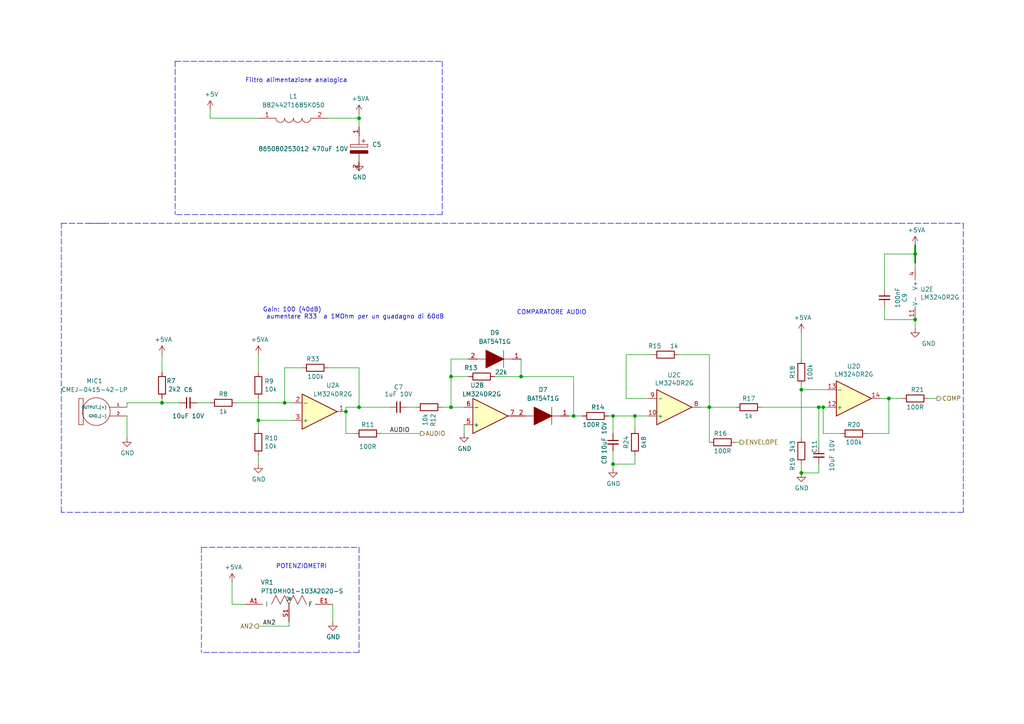
<source format=kicad_sch>
(kicad_sch (version 20211123) (generator eeschema)

  (uuid 5e755161-24a5-4650-a6e3-9836bf074412)

  (paper "A4")

  (lib_symbols
    (symbol "Amplifier_Operational:LM324" (pin_names (offset 0.127)) (in_bom yes) (on_board yes)
      (property "Reference" "U" (id 0) (at 0 5.08 0)
        (effects (font (size 1.27 1.27)) (justify left))
      )
      (property "Value" "LM324" (id 1) (at 0 -5.08 0)
        (effects (font (size 1.27 1.27)) (justify left))
      )
      (property "Footprint" "" (id 2) (at -1.27 2.54 0)
        (effects (font (size 1.27 1.27)) hide)
      )
      (property "Datasheet" "http://www.ti.com/lit/ds/symlink/lm2902-n.pdf" (id 3) (at 1.27 5.08 0)
        (effects (font (size 1.27 1.27)) hide)
      )
      (property "ki_locked" "" (id 4) (at 0 0 0)
        (effects (font (size 1.27 1.27)))
      )
      (property "ki_keywords" "quad opamp" (id 5) (at 0 0 0)
        (effects (font (size 1.27 1.27)) hide)
      )
      (property "ki_description" "Low-Power, Quad-Operational Amplifiers, DIP-14/SOIC-14/SSOP-14" (id 6) (at 0 0 0)
        (effects (font (size 1.27 1.27)) hide)
      )
      (property "ki_fp_filters" "SOIC*3.9x8.7mm*P1.27mm* DIP*W7.62mm* TSSOP*4.4x5mm*P0.65mm* SSOP*5.3x6.2mm*P0.65mm* MSOP*3x3mm*P0.5mm*" (id 7) (at 0 0 0)
        (effects (font (size 1.27 1.27)) hide)
      )
      (symbol "LM324_1_1"
        (polyline
          (pts
            (xy -5.08 5.08)
            (xy 5.08 0)
            (xy -5.08 -5.08)
            (xy -5.08 5.08)
          )
          (stroke (width 0.254) (type default) (color 0 0 0 0))
          (fill (type background))
        )
        (pin output line (at 7.62 0 180) (length 2.54)
          (name "~" (effects (font (size 1.27 1.27))))
          (number "1" (effects (font (size 1.27 1.27))))
        )
        (pin input line (at -7.62 -2.54 0) (length 2.54)
          (name "-" (effects (font (size 1.27 1.27))))
          (number "2" (effects (font (size 1.27 1.27))))
        )
        (pin input line (at -7.62 2.54 0) (length 2.54)
          (name "+" (effects (font (size 1.27 1.27))))
          (number "3" (effects (font (size 1.27 1.27))))
        )
      )
      (symbol "LM324_2_1"
        (polyline
          (pts
            (xy -5.08 5.08)
            (xy 5.08 0)
            (xy -5.08 -5.08)
            (xy -5.08 5.08)
          )
          (stroke (width 0.254) (type default) (color 0 0 0 0))
          (fill (type background))
        )
        (pin input line (at -7.62 2.54 0) (length 2.54)
          (name "+" (effects (font (size 1.27 1.27))))
          (number "5" (effects (font (size 1.27 1.27))))
        )
        (pin input line (at -7.62 -2.54 0) (length 2.54)
          (name "-" (effects (font (size 1.27 1.27))))
          (number "6" (effects (font (size 1.27 1.27))))
        )
        (pin output line (at 7.62 0 180) (length 2.54)
          (name "~" (effects (font (size 1.27 1.27))))
          (number "7" (effects (font (size 1.27 1.27))))
        )
      )
      (symbol "LM324_3_1"
        (polyline
          (pts
            (xy -5.08 5.08)
            (xy 5.08 0)
            (xy -5.08 -5.08)
            (xy -5.08 5.08)
          )
          (stroke (width 0.254) (type default) (color 0 0 0 0))
          (fill (type background))
        )
        (pin input line (at -7.62 2.54 0) (length 2.54)
          (name "+" (effects (font (size 1.27 1.27))))
          (number "10" (effects (font (size 1.27 1.27))))
        )
        (pin output line (at 7.62 0 180) (length 2.54)
          (name "~" (effects (font (size 1.27 1.27))))
          (number "8" (effects (font (size 1.27 1.27))))
        )
        (pin input line (at -7.62 -2.54 0) (length 2.54)
          (name "-" (effects (font (size 1.27 1.27))))
          (number "9" (effects (font (size 1.27 1.27))))
        )
      )
      (symbol "LM324_4_1"
        (polyline
          (pts
            (xy -5.08 5.08)
            (xy 5.08 0)
            (xy -5.08 -5.08)
            (xy -5.08 5.08)
          )
          (stroke (width 0.254) (type default) (color 0 0 0 0))
          (fill (type background))
        )
        (pin input line (at -7.62 2.54 0) (length 2.54)
          (name "+" (effects (font (size 1.27 1.27))))
          (number "12" (effects (font (size 1.27 1.27))))
        )
        (pin input line (at -7.62 -2.54 0) (length 2.54)
          (name "-" (effects (font (size 1.27 1.27))))
          (number "13" (effects (font (size 1.27 1.27))))
        )
        (pin output line (at 7.62 0 180) (length 2.54)
          (name "~" (effects (font (size 1.27 1.27))))
          (number "14" (effects (font (size 1.27 1.27))))
        )
      )
      (symbol "LM324_5_1"
        (pin power_in line (at -2.54 -7.62 90) (length 3.81)
          (name "V-" (effects (font (size 1.27 1.27))))
          (number "11" (effects (font (size 1.27 1.27))))
        )
        (pin power_in line (at -2.54 7.62 270) (length 3.81)
          (name "V+" (effects (font (size 1.27 1.27))))
          (number "4" (effects (font (size 1.27 1.27))))
        )
      )
    )
    (symbol "Device:C_Small" (pin_numbers hide) (pin_names (offset 0.254) hide) (in_bom yes) (on_board yes)
      (property "Reference" "C" (id 0) (at 0.254 1.778 0)
        (effects (font (size 1.27 1.27)) (justify left))
      )
      (property "Value" "C_Small" (id 1) (at 0.254 -2.032 0)
        (effects (font (size 1.27 1.27)) (justify left))
      )
      (property "Footprint" "" (id 2) (at 0 0 0)
        (effects (font (size 1.27 1.27)) hide)
      )
      (property "Datasheet" "~" (id 3) (at 0 0 0)
        (effects (font (size 1.27 1.27)) hide)
      )
      (property "ki_keywords" "capacitor cap" (id 4) (at 0 0 0)
        (effects (font (size 1.27 1.27)) hide)
      )
      (property "ki_description" "Unpolarized capacitor, small symbol" (id 5) (at 0 0 0)
        (effects (font (size 1.27 1.27)) hide)
      )
      (property "ki_fp_filters" "C_*" (id 6) (at 0 0 0)
        (effects (font (size 1.27 1.27)) hide)
      )
      (symbol "C_Small_0_1"
        (polyline
          (pts
            (xy -1.524 -0.508)
            (xy 1.524 -0.508)
          )
          (stroke (width 0.3302) (type default) (color 0 0 0 0))
          (fill (type none))
        )
        (polyline
          (pts
            (xy -1.524 0.508)
            (xy 1.524 0.508)
          )
          (stroke (width 0.3048) (type default) (color 0 0 0 0))
          (fill (type none))
        )
      )
      (symbol "C_Small_1_1"
        (pin passive line (at 0 2.54 270) (length 2.032)
          (name "~" (effects (font (size 1.27 1.27))))
          (number "1" (effects (font (size 1.27 1.27))))
        )
        (pin passive line (at 0 -2.54 90) (length 2.032)
          (name "~" (effects (font (size 1.27 1.27))))
          (number "2" (effects (font (size 1.27 1.27))))
        )
      )
    )
    (symbol "Device:R" (pin_numbers hide) (pin_names (offset 0)) (in_bom yes) (on_board yes)
      (property "Reference" "R" (id 0) (at 2.032 0 90)
        (effects (font (size 1.27 1.27)))
      )
      (property "Value" "R" (id 1) (at 0 0 90)
        (effects (font (size 1.27 1.27)))
      )
      (property "Footprint" "" (id 2) (at -1.778 0 90)
        (effects (font (size 1.27 1.27)) hide)
      )
      (property "Datasheet" "~" (id 3) (at 0 0 0)
        (effects (font (size 1.27 1.27)) hide)
      )
      (property "ki_keywords" "R res resistor" (id 4) (at 0 0 0)
        (effects (font (size 1.27 1.27)) hide)
      )
      (property "ki_description" "Resistor" (id 5) (at 0 0 0)
        (effects (font (size 1.27 1.27)) hide)
      )
      (property "ki_fp_filters" "R_*" (id 6) (at 0 0 0)
        (effects (font (size 1.27 1.27)) hide)
      )
      (symbol "R_0_1"
        (rectangle (start -1.016 -2.54) (end 1.016 2.54)
          (stroke (width 0.254) (type default) (color 0 0 0 0))
          (fill (type none))
        )
      )
      (symbol "R_1_1"
        (pin passive line (at 0 3.81 270) (length 1.27)
          (name "~" (effects (font (size 1.27 1.27))))
          (number "1" (effects (font (size 1.27 1.27))))
        )
        (pin passive line (at 0 -3.81 90) (length 1.27)
          (name "~" (effects (font (size 1.27 1.27))))
          (number "2" (effects (font (size 1.27 1.27))))
        )
      )
    )
    (symbol "LIBRARY LOADER_AUTO:BAT54T1G" (pin_names (offset 0.762)) (in_bom yes) (on_board yes)
      (property "Reference" "D" (id 0) (at 11.43 5.08 0)
        (effects (font (size 1.27 1.27)) (justify left))
      )
      (property "Value" "BAT54T1G" (id 1) (at 11.43 2.54 0)
        (effects (font (size 1.27 1.27)) (justify left))
      )
      (property "Footprint" "SOD3716X135N" (id 2) (at 11.43 0 0)
        (effects (font (size 1.27 1.27)) (justify left) hide)
      )
      (property "Datasheet" "http://www.onsemi.com/pub/Collateral/BAT54T1-D.PDF" (id 3) (at 11.43 -2.54 0)
        (effects (font (size 1.27 1.27)) (justify left) hide)
      )
      (property "Description" "" (id 4) (at 11.43 -5.08 0)
        (effects (font (size 1.27 1.27)) (justify left) hide)
      )
      (property "Height" "1.35" (id 5) (at 11.43 -7.62 0)
        (effects (font (size 1.27 1.27)) (justify left) hide)
      )
      (property "Mouser Part Number" "863-BAT54T1G" (id 6) (at 11.43 -10.16 0)
        (effects (font (size 1.27 1.27)) (justify left) hide)
      )
      (property "Mouser Price/Stock" "https://www.mouser.co.uk/ProductDetail/onsemi/BAT54T1G?qs=vLkC5FC1VN9XK%252B%252BtdP3lYw%3D%3D" (id 7) (at 11.43 -12.7 0)
        (effects (font (size 1.27 1.27)) (justify left) hide)
      )
      (property "Manufacturer_Name" "onsemi" (id 8) (at 11.43 -15.24 0)
        (effects (font (size 1.27 1.27)) (justify left) hide)
      )
      (property "Manufacturer_Part_Number" "BAT54T1G" (id 9) (at 11.43 -17.78 0)
        (effects (font (size 1.27 1.27)) (justify left) hide)
      )
      (symbol "BAT54T1G_0_0"
        (pin passive line (at 0 0 0) (length 2.54)
          (name "~" (effects (font (size 1.27 1.27))))
          (number "1" (effects (font (size 1.27 1.27))))
        )
        (pin passive line (at 15.24 0 180) (length 2.54)
          (name "~" (effects (font (size 1.27 1.27))))
          (number "2" (effects (font (size 1.27 1.27))))
        )
      )
      (symbol "BAT54T1G_0_1"
        (polyline
          (pts
            (xy 2.54 0)
            (xy 5.08 0)
          )
          (stroke (width 0.1524) (type default) (color 0 0 0 0))
          (fill (type none))
        )
        (polyline
          (pts
            (xy 5.08 2.54)
            (xy 5.08 -2.54)
          )
          (stroke (width 0.1524) (type default) (color 0 0 0 0))
          (fill (type none))
        )
        (polyline
          (pts
            (xy 10.16 0)
            (xy 12.7 0)
          )
          (stroke (width 0.1524) (type default) (color 0 0 0 0))
          (fill (type none))
        )
        (polyline
          (pts
            (xy 5.08 0)
            (xy 10.16 2.54)
            (xy 10.16 -2.54)
            (xy 5.08 0)
          )
          (stroke (width 0.254) (type default) (color 0 0 0 0))
          (fill (type outline))
        )
      )
    )
    (symbol "LibraryLoader:CMEJ-0415-42-LP" (pin_names (offset 0.762)) (in_bom yes) (on_board yes)
      (property "Reference" "J" (id 0) (at 26.67 7.62 0)
        (effects (font (size 1.27 1.27)) (justify left))
      )
      (property "Value" "CMEJ-0415-42-LP" (id 1) (at 26.67 5.08 0)
        (effects (font (size 1.27 1.27)) (justify left))
      )
      (property "Footprint" "CMEJ041542LP" (id 2) (at 26.67 2.54 0)
        (effects (font (size 1.27 1.27)) (justify left) hide)
      )
      (property "Datasheet" "https://componentsearchengine.com/Datasheets/1/CMEJ-0415-42-LP.pdf" (id 3) (at 26.67 0 0)
        (effects (font (size 1.27 1.27)) (justify left) hide)
      )
      (property "Description" "Microphones microphone, 4 mm, electret condenser, omnidirectional, Long Pin, 2 Vdc, 42 dB sensitivity" (id 4) (at 26.67 -2.54 0)
        (effects (font (size 1.27 1.27)) (justify left) hide)
      )
      (property "Height" "2" (id 5) (at 26.67 -5.08 0)
        (effects (font (size 1.27 1.27)) (justify left) hide)
      )
      (property "Mouser Part Number" "490-CMEJ-0415-42-LP" (id 6) (at 26.67 -7.62 0)
        (effects (font (size 1.27 1.27)) (justify left) hide)
      )
      (property "Mouser Price/Stock" "https://www.mouser.co.uk/ProductDetail/CUI-Devices/CMEJ-0415-42-LP?qs=PzGy0jfpSMvQKgQIwTg7Mg%3D%3D" (id 7) (at 26.67 -10.16 0)
        (effects (font (size 1.27 1.27)) (justify left) hide)
      )
      (property "Manufacturer_Name" "CUI Inc." (id 8) (at 26.67 -12.7 0)
        (effects (font (size 1.27 1.27)) (justify left) hide)
      )
      (property "Manufacturer_Part_Number" "CMEJ-0415-42-LP" (id 9) (at 26.67 -15.24 0)
        (effects (font (size 1.27 1.27)) (justify left) hide)
      )
      (property "ki_description" "Microphones microphone, 4 mm, electret condenser, omnidirectional, Long Pin, 2 Vdc, 42 dB sensitivity" (id 10) (at 0 0 0)
        (effects (font (size 1.27 1.27)) hide)
      )
      (symbol "CMEJ-0415-42-LP_0_0"
        (pin passive line (at -2.54 0 0) (length 5.08)
          (name "OUTPUT_(+)" (effects (font (size 0.8 0.8))))
          (number "1" (effects (font (size 0.8 0.8))))
        )
        (pin passive line (at -2.54 -2.54 0) (length 5.08)
          (name "GND_(-)" (effects (font (size 0.8 0.8))))
          (number "2" (effects (font (size 0.8 0.8))))
        )
      )
      (symbol "CMEJ-0415-42-LP_0_1"
        (circle (center 6.35 -1.27) (radius 4.0161)
          (stroke (width 0) (type default) (color 0 0 0 0))
          (fill (type none))
        )
        (rectangle (start 10.16 2.54) (end 11.43 -5.08)
          (stroke (width 0) (type default) (color 0 0 0 0))
          (fill (type none))
        )
      )
    )
    (symbol "SamacSys_lib:875105244013" (pin_names (offset 0.762)) (in_bom yes) (on_board yes)
      (property "Reference" "C" (id 0) (at 8.89 6.35 0)
        (effects (font (size 1.27 1.27)) (justify left))
      )
      (property "Value" "875105244013" (id 1) (at 8.89 3.81 0)
        (effects (font (size 1.27 1.27)) (justify left))
      )
      (property "Footprint" "CAPAE660X580N" (id 2) (at 8.89 1.27 0)
        (effects (font (size 1.27 1.27)) (justify left) hide)
      )
      (property "Datasheet" "https://www.we-online.com/catalog/datasheet/875105244013.pdf" (id 3) (at 8.89 -1.27 0)
        (effects (font (size 1.27 1.27)) (justify left) hide)
      )
      (property "Description" "Wurth Elektronik 220uF Polymer Capacitor 10V dc Surface Mount - 875105244013" (id 4) (at 8.89 -3.81 0)
        (effects (font (size 1.27 1.27)) (justify left) hide)
      )
      (property "Height" "5.8" (id 5) (at 8.89 -6.35 0)
        (effects (font (size 1.27 1.27)) (justify left) hide)
      )
      (property "Mouser Part Number" "710-875105244013" (id 6) (at 8.89 -8.89 0)
        (effects (font (size 1.27 1.27)) (justify left) hide)
      )
      (property "Mouser Price/Stock" "https://www.mouser.co.uk/ProductDetail/Wurth-Elektronik/875105244013?qs=0KOYDY2FL29vol3nJUb9dw%3D%3D" (id 7) (at 8.89 -11.43 0)
        (effects (font (size 1.27 1.27)) (justify left) hide)
      )
      (property "Manufacturer_Name" "Wurth Elektronik" (id 8) (at 8.89 -13.97 0)
        (effects (font (size 1.27 1.27)) (justify left) hide)
      )
      (property "Manufacturer_Part_Number" "875105244013" (id 9) (at 8.89 -16.51 0)
        (effects (font (size 1.27 1.27)) (justify left) hide)
      )
      (property "ki_description" "Wurth Elektronik 220uF Polymer Capacitor 10V dc Surface Mount - 875105244013" (id 10) (at 0 0 0)
        (effects (font (size 1.27 1.27)) hide)
      )
      (symbol "875105244013_0_0"
        (pin passive line (at 0 0 0) (length 2.54)
          (name "~" (effects (font (size 1.27 1.27))))
          (number "1" (effects (font (size 1.27 1.27))))
        )
        (pin passive line (at 12.7 0 180) (length 2.54)
          (name "~" (effects (font (size 1.27 1.27))))
          (number "2" (effects (font (size 1.27 1.27))))
        )
      )
      (symbol "875105244013_0_1"
        (polyline
          (pts
            (xy 2.54 0)
            (xy 5.08 0)
          )
          (stroke (width 0.1524) (type default) (color 0 0 0 0))
          (fill (type none))
        )
        (polyline
          (pts
            (xy 4.064 1.778)
            (xy 4.064 0.762)
          )
          (stroke (width 0.1524) (type default) (color 0 0 0 0))
          (fill (type none))
        )
        (polyline
          (pts
            (xy 4.572 1.27)
            (xy 3.556 1.27)
          )
          (stroke (width 0.1524) (type default) (color 0 0 0 0))
          (fill (type none))
        )
        (polyline
          (pts
            (xy 7.62 0)
            (xy 10.16 0)
          )
          (stroke (width 0.1524) (type default) (color 0 0 0 0))
          (fill (type none))
        )
        (polyline
          (pts
            (xy 5.08 2.54)
            (xy 5.08 -2.54)
            (xy 5.842 -2.54)
            (xy 5.842 2.54)
            (xy 5.08 2.54)
          )
          (stroke (width 0.1524) (type default) (color 0 0 0 0))
          (fill (type none))
        )
        (polyline
          (pts
            (xy 7.62 2.54)
            (xy 7.62 -2.54)
            (xy 6.858 -2.54)
            (xy 6.858 2.54)
            (xy 7.62 2.54)
          )
          (stroke (width 0.254) (type default) (color 0 0 0 0))
          (fill (type outline))
        )
      )
    )
    (symbol "SamacSys_lib:B82442T1685K050" (pin_names (offset 0.762)) (in_bom yes) (on_board yes)
      (property "Reference" "L" (id 0) (at 16.51 6.35 0)
        (effects (font (size 1.27 1.27)) (justify left))
      )
      (property "Value" "B82442T1685K050" (id 1) (at 16.51 3.81 0)
        (effects (font (size 1.27 1.27)) (justify left))
      )
      (property "Footprint" "INDPM5850X530N" (id 2) (at 16.51 1.27 0)
        (effects (font (size 1.27 1.27)) (justify left) hide)
      )
      (property "Datasheet" "https://componentsearchengine.com/Datasheets/1/B82442T1685K050.pdf" (id 3) (at 16.51 -1.27 0)
        (effects (font (size 1.27 1.27)) (justify left) hide)
      )
      (property "Description" "SMD / SMT Inductors (Coils), L=6800uH, 5.6mm x 5.0mm [EIA 2220]" (id 4) (at 16.51 -3.81 0)
        (effects (font (size 1.27 1.27)) (justify left) hide)
      )
      (property "Height" "5.3" (id 5) (at 16.51 -6.35 0)
        (effects (font (size 1.27 1.27)) (justify left) hide)
      )
      (property "Mouser Part Number" "871-B82442T1685K050" (id 6) (at 16.51 -8.89 0)
        (effects (font (size 1.27 1.27)) (justify left) hide)
      )
      (property "Mouser Price/Stock" "http://www.mouser.com/Search/ProductDetail.aspx?qs=x3Z3Taiycdsue7u9bW7ngg%3d%3d" (id 7) (at 16.51 -11.43 0)
        (effects (font (size 1.27 1.27)) (justify left) hide)
      )
      (property "Manufacturer_Name" "TDK" (id 8) (at 16.51 -13.97 0)
        (effects (font (size 1.27 1.27)) (justify left) hide)
      )
      (property "Manufacturer_Part_Number" "B82442T1685K050" (id 9) (at 16.51 -16.51 0)
        (effects (font (size 1.27 1.27)) (justify left) hide)
      )
      (property "ki_description" "SMD / SMT Inductors (Coils), L=6800uH, 5.6mm x 5.0mm [EIA 2220]" (id 10) (at 0 0 0)
        (effects (font (size 1.27 1.27)) hide)
      )
      (symbol "B82442T1685K050_0_0"
        (pin passive line (at 0 0 0) (length 5.08)
          (name "~" (effects (font (size 1.27 1.27))))
          (number "1" (effects (font (size 1.27 1.27))))
        )
        (pin passive line (at 20.32 0 180) (length 5.08)
          (name "~" (effects (font (size 1.27 1.27))))
          (number "2" (effects (font (size 1.27 1.27))))
        )
      )
      (symbol "B82442T1685K050_0_1"
        (arc (start 5.08 0) (mid 6.35 -1.3218) (end 7.62 0)
          (stroke (width 0.1524) (type default) (color 0 0 0 0))
          (fill (type none))
        )
        (arc (start 7.62 0) (mid 8.89 -1.3218) (end 10.16 0)
          (stroke (width 0.1524) (type default) (color 0 0 0 0))
          (fill (type none))
        )
        (arc (start 10.16 0) (mid 11.43 -1.3218) (end 12.7 0)
          (stroke (width 0.1524) (type default) (color 0 0 0 0))
          (fill (type none))
        )
        (arc (start 12.7 0) (mid 13.97 -1.3218) (end 15.24 0)
          (stroke (width 0.1524) (type default) (color 0 0 0 0))
          (fill (type none))
        )
      )
    )
    (symbol "SamacSys_lib:PT10MH01-103A2020-S" (pin_names (offset 0.762)) (in_bom yes) (on_board yes)
      (property "Reference" "VR?" (id 0) (at 17.78 12.7 0)
        (effects (font (size 1.27 1.27)))
      )
      (property "Value" "PT10MH01-103A2020-S" (id 1) (at 19.05 11.43 0)
        (effects (font (size 1.27 1.27)))
      )
      (property "Footprint" "PT10MH01103A2020S" (id 2) (at 31.75 2.54 0)
        (effects (font (size 1.27 1.27)) (justify left) hide)
      )
      (property "Datasheet" "https://www.piher.net/pdf/12-PT10v03.pdf" (id 3) (at 31.75 0 0)
        (effects (font (size 1.27 1.27)) (justify left) hide)
      )
      (property "Description" "TRIMMER, 10K, 0.15W, 1TURN; Track Resistance:10kohm; No. of Turns:1Turns; Potentiometer Mounting:Through Hole; Product Range:PT-10 Series; Power Rating:150mW; Resistance Tolerance:+/- 20%; Temperature Coefficient:+/- 300ppm/C; RoHS Compliant: Yes" (id 4) (at 31.75 -2.54 0)
        (effects (font (size 1.27 1.27)) (justify left) hide)
      )
      (property "Height" "12.3" (id 5) (at 31.75 -5.08 0)
        (effects (font (size 1.27 1.27)) (justify left) hide)
      )
      (property "Mouser Part Number" "531-PT10MH-10K-S" (id 6) (at 31.75 -7.62 0)
        (effects (font (size 1.27 1.27)) (justify left) hide)
      )
      (property "Mouser Price/Stock" "https://www.mouser.co.uk/ProductDetail/Amphenol-Piher/PT10MH01-103A2020-S?qs=pCZPOPZMYPhUHYDrMqsu3w%3D%3D" (id 7) (at 31.75 -10.16 0)
        (effects (font (size 1.27 1.27)) (justify left) hide)
      )
      (property "Manufacturer_Name" "PIHER" (id 8) (at 31.75 -12.7 0)
        (effects (font (size 1.27 1.27)) (justify left) hide)
      )
      (property "Manufacturer_Part_Number" "PT10MH01-103A2020-S" (id 9) (at 31.75 -15.24 0)
        (effects (font (size 1.27 1.27)) (justify left) hide)
      )
      (property "ki_description" "TRIMMER, 10K, 0.15W, 1TURN; Track Resistance:10kohm; No. of Turns:1Turns; Potentiometer Mounting:Through Hole; Product Range:PT-10 Series; Power Rating:150mW; Resistance Tolerance:+/- 20%; Temperature Coefficient:+/- 300ppm/C; RoHS Compliant: Yes" (id 10) (at 0 0 0)
        (effects (font (size 1.27 1.27)) hide)
      )
      (symbol "PT10MH01-103A2020-S_0_0"
        (pin passive line (at 2.54 7.62 0) (length 5.08)
          (name "I" (effects (font (size 1.27 1.27))))
          (number "A1" (effects (font (size 1.27 1.27))))
        )
        (pin passive line (at 27.94 7.62 180) (length 5.08)
          (name "F" (effects (font (size 1.27 1.27))))
          (number "E1" (effects (font (size 1.27 1.27))))
        )
        (pin passive line (at 15.24 2.54 90) (length 5.08)
          (name "W" (effects (font (size 1.27 1.27))))
          (number "S1" (effects (font (size 1.27 1.27))))
        )
      )
      (symbol "PT10MH01-103A2020-S_0_1"
        (polyline
          (pts
            (xy 10.16 7.62)
            (xy 11.43 10.16)
            (xy 12.7 7.62)
            (xy 13.97 10.16)
            (xy 15.24 7.62)
            (xy 16.51 10.16)
            (xy 17.78 7.62)
            (xy 19.05 10.16)
            (xy 20.32 7.62)
          )
          (stroke (width 0) (type default) (color 0 0 0 0))
          (fill (type none))
        )
      )
    )
    (symbol "power:+5V" (power) (pin_names (offset 0)) (in_bom yes) (on_board yes)
      (property "Reference" "#PWR" (id 0) (at 0 -3.81 0)
        (effects (font (size 1.27 1.27)) hide)
      )
      (property "Value" "+5V" (id 1) (at 0 3.556 0)
        (effects (font (size 1.27 1.27)))
      )
      (property "Footprint" "" (id 2) (at 0 0 0)
        (effects (font (size 1.27 1.27)) hide)
      )
      (property "Datasheet" "" (id 3) (at 0 0 0)
        (effects (font (size 1.27 1.27)) hide)
      )
      (property "ki_keywords" "power-flag" (id 4) (at 0 0 0)
        (effects (font (size 1.27 1.27)) hide)
      )
      (property "ki_description" "Power symbol creates a global label with name \"+5V\"" (id 5) (at 0 0 0)
        (effects (font (size 1.27 1.27)) hide)
      )
      (symbol "+5V_0_1"
        (polyline
          (pts
            (xy -0.762 1.27)
            (xy 0 2.54)
          )
          (stroke (width 0) (type default) (color 0 0 0 0))
          (fill (type none))
        )
        (polyline
          (pts
            (xy 0 0)
            (xy 0 2.54)
          )
          (stroke (width 0) (type default) (color 0 0 0 0))
          (fill (type none))
        )
        (polyline
          (pts
            (xy 0 2.54)
            (xy 0.762 1.27)
          )
          (stroke (width 0) (type default) (color 0 0 0 0))
          (fill (type none))
        )
      )
      (symbol "+5V_1_1"
        (pin power_in line (at 0 0 90) (length 0) hide
          (name "+5V" (effects (font (size 1.27 1.27))))
          (number "1" (effects (font (size 1.27 1.27))))
        )
      )
    )
    (symbol "power:+5VA" (power) (pin_names (offset 0)) (in_bom yes) (on_board yes)
      (property "Reference" "#PWR" (id 0) (at 0 -3.81 0)
        (effects (font (size 1.27 1.27)) hide)
      )
      (property "Value" "+5VA" (id 1) (at 0 3.556 0)
        (effects (font (size 1.27 1.27)))
      )
      (property "Footprint" "" (id 2) (at 0 0 0)
        (effects (font (size 1.27 1.27)) hide)
      )
      (property "Datasheet" "" (id 3) (at 0 0 0)
        (effects (font (size 1.27 1.27)) hide)
      )
      (property "ki_keywords" "power-flag" (id 4) (at 0 0 0)
        (effects (font (size 1.27 1.27)) hide)
      )
      (property "ki_description" "Power symbol creates a global label with name \"+5VA\"" (id 5) (at 0 0 0)
        (effects (font (size 1.27 1.27)) hide)
      )
      (symbol "+5VA_0_1"
        (polyline
          (pts
            (xy -0.762 1.27)
            (xy 0 2.54)
          )
          (stroke (width 0) (type default) (color 0 0 0 0))
          (fill (type none))
        )
        (polyline
          (pts
            (xy 0 0)
            (xy 0 2.54)
          )
          (stroke (width 0) (type default) (color 0 0 0 0))
          (fill (type none))
        )
        (polyline
          (pts
            (xy 0 2.54)
            (xy 0.762 1.27)
          )
          (stroke (width 0) (type default) (color 0 0 0 0))
          (fill (type none))
        )
      )
      (symbol "+5VA_1_1"
        (pin power_in line (at 0 0 90) (length 0) hide
          (name "+5VA" (effects (font (size 1.27 1.27))))
          (number "1" (effects (font (size 1.27 1.27))))
        )
      )
    )
    (symbol "power:GND" (power) (pin_names (offset 0)) (in_bom yes) (on_board yes)
      (property "Reference" "#PWR" (id 0) (at 0 -6.35 0)
        (effects (font (size 1.27 1.27)) hide)
      )
      (property "Value" "GND" (id 1) (at 0 -3.81 0)
        (effects (font (size 1.27 1.27)))
      )
      (property "Footprint" "" (id 2) (at 0 0 0)
        (effects (font (size 1.27 1.27)) hide)
      )
      (property "Datasheet" "" (id 3) (at 0 0 0)
        (effects (font (size 1.27 1.27)) hide)
      )
      (property "ki_keywords" "power-flag" (id 4) (at 0 0 0)
        (effects (font (size 1.27 1.27)) hide)
      )
      (property "ki_description" "Power symbol creates a global label with name \"GND\" , ground" (id 5) (at 0 0 0)
        (effects (font (size 1.27 1.27)) hide)
      )
      (symbol "GND_0_1"
        (polyline
          (pts
            (xy 0 0)
            (xy 0 -1.27)
            (xy 1.27 -1.27)
            (xy 0 -2.54)
            (xy -1.27 -1.27)
            (xy 0 -1.27)
          )
          (stroke (width 0) (type default) (color 0 0 0 0))
          (fill (type none))
        )
      )
      (symbol "GND_1_1"
        (pin power_in line (at 0 0 270) (length 0) hide
          (name "GND" (effects (font (size 1.27 1.27))))
          (number "1" (effects (font (size 1.27 1.27))))
        )
      )
    )
  )

  (junction (at 232.41 113.03) (diameter 0) (color 0 0 0 0)
    (uuid 2ba25c40-ea42-478e-9150-1d94fa1c8ae9)
  )
  (junction (at 184.15 120.65) (diameter 0) (color 0 0 0 0)
    (uuid 306356ce-3d3d-4ee4-ab88-99af3cfd3700)
  )
  (junction (at 265.43 92.71) (diameter 0) (color 0 0 0 0)
    (uuid 3656bb3f-f8a4-4f3a-8e9a-ec6203c87a56)
  )
  (junction (at 130.81 109.22) (diameter 0) (color 0 0 0 0)
    (uuid 37657eee-b379-4145-b65d-79c82b53e49e)
  )
  (junction (at 177.8 134.62) (diameter 0) (color 0 0 0 0)
    (uuid 48ed1f58-8c02-40b0-a695-70f8e5741f5f)
  )
  (junction (at 257.81 115.57) (diameter 0) (color 0 0 0 0)
    (uuid 54093c93-5e7e-4c8d-8d94-40c077747c12)
  )
  (junction (at 104.14 118.11) (diameter 0) (color 0 0 0 0)
    (uuid 719421a3-64ab-42be-82c4-287bbaf79c49)
  )
  (junction (at 205.74 118.11) (diameter 0) (color 0 0 0 0)
    (uuid 74012f9c-57f0-452a-9ea1-1e3437e264b8)
  )
  (junction (at 151.13 109.22) (diameter 0) (color 0 0 0 0)
    (uuid 7ca71fec-e7f1-454f-9196-b80d15925fff)
  )
  (junction (at 166.37 120.65) (diameter 0) (color 0 0 0 0)
    (uuid 7e56e024-3af3-4821-8c0a-31872cec9125)
  )
  (junction (at 232.41 137.16) (diameter 0) (color 0 0 0 0)
    (uuid 916d0db0-cf8b-4ce1-998d-347122b67f96)
  )
  (junction (at 265.43 73.66) (diameter 0) (color 0 0 0 0)
    (uuid 92ff6b85-79a9-46bd-8205-7e48f15b764f)
  )
  (junction (at 130.81 118.11) (diameter 0) (color 0 0 0 0)
    (uuid ae8bb5ae-95ee-4e2d-8a0c-ae5b6149b4e3)
  )
  (junction (at 238.76 118.11) (diameter 0) (color 0 0 0 0)
    (uuid bd29b6d3-a58c-4b1f-9c20-de4efb708ab2)
  )
  (junction (at 104.14 34.29) (diameter 0) (color 0 0 0 0)
    (uuid c15267e5-df87-4d89-a845-ae37d78e27c1)
  )
  (junction (at 82.55 116.84) (diameter 0) (color 0 0 0 0)
    (uuid d9b30be8-188a-4d88-adbe-b65dd464c9b2)
  )
  (junction (at 177.8 120.65) (diameter 0) (color 0 0 0 0)
    (uuid d9cf2d61-3126-40fe-a66d-ae5145f94be8)
  )
  (junction (at 237.49 118.11) (diameter 0) (color 0 0 0 0)
    (uuid e4912833-6a5a-4c11-ad08-e8951fecc674)
  )
  (junction (at 100.33 119.38) (diameter 0) (color 0 0 0 0)
    (uuid f67bbef3-6f59-49ba-8890-d1f9dc9f9ad6)
  )
  (junction (at 74.93 121.92) (diameter 0) (color 0 0 0 0)
    (uuid f6a5c856-f2b5-40eb-a958-b666a0d408a0)
  )
  (junction (at 46.99 116.84) (diameter 0) (color 0 0 0 0)
    (uuid fc4f0835-889b-4d2e-876e-ca524c79ae62)
  )

  (wire (pts (xy 46.99 102.87) (xy 46.99 107.95))
    (stroke (width 0) (type default) (color 0 0 0 0))
    (uuid 022502e0-e724-4b75-bc35-3c5984dbeb76)
  )
  (polyline (pts (xy 17.78 148.59) (xy 17.78 64.77))
    (stroke (width 0) (type default) (color 0 0 0 0))
    (uuid 0773e278-9c00-43b3-9701-9406c668896a)
  )

  (wire (pts (xy 100.33 118.11) (xy 100.33 119.38))
    (stroke (width 0) (type default) (color 0 0 0 0))
    (uuid 082aed28-f9e8-49e7-96ee-b5aa9f0319c7)
  )
  (wire (pts (xy 184.15 132.08) (xy 184.15 134.62))
    (stroke (width 0) (type default) (color 0 0 0 0))
    (uuid 0deff1cc-b5f9-4578-9703-7634ac340038)
  )
  (polyline (pts (xy 128.27 17.78) (xy 128.27 62.23))
    (stroke (width 0) (type default) (color 0 0 0 0))
    (uuid 0e473471-2da0-481e-8ce2-d1970a032913)
  )

  (wire (pts (xy 100.33 119.38) (xy 100.33 125.73))
    (stroke (width 0) (type default) (color 0 0 0 0))
    (uuid 10b20c6b-8045-46d1-a965-0d7dd9a1b5fa)
  )
  (wire (pts (xy 151.13 109.22) (xy 166.37 109.22))
    (stroke (width 0) (type default) (color 0 0 0 0))
    (uuid 112371bd-7aa2-4b47-b184-50d12afc2534)
  )
  (wire (pts (xy 184.15 120.65) (xy 177.8 120.65))
    (stroke (width 0) (type default) (color 0 0 0 0))
    (uuid 121c2db0-28d4-446a-8d51-024fec307779)
  )
  (wire (pts (xy 168.91 120.65) (xy 166.37 120.65))
    (stroke (width 0) (type default) (color 0 0 0 0))
    (uuid 17cf1c88-8d51-4538-aa76-e35ac22d0ed0)
  )
  (wire (pts (xy 256.54 88.9) (xy 256.54 92.71))
    (stroke (width 0) (type default) (color 0 0 0 0))
    (uuid 18d3014d-7089-41b5-ab03-53cc0a265580)
  )
  (polyline (pts (xy 208.28 64.77) (xy 279.4 64.77))
    (stroke (width 0) (type default) (color 0 0 0 0))
    (uuid 1f1d006c-b414-476b-8538-bb71865bf467)
  )

  (wire (pts (xy 205.74 118.11) (xy 213.36 118.11))
    (stroke (width 0) (type default) (color 0 0 0 0))
    (uuid 232ccf4f-3322-4e62-990b-290e6ff36fcd)
  )
  (wire (pts (xy 205.74 102.87) (xy 205.74 118.11))
    (stroke (width 0) (type default) (color 0 0 0 0))
    (uuid 234e1024-0b7f-410c-90bb-bae43af1eb25)
  )
  (wire (pts (xy 46.99 115.57) (xy 46.99 116.84))
    (stroke (width 0) (type default) (color 0 0 0 0))
    (uuid 247ebffd-2cb6-4379-ba6e-21861fea3913)
  )
  (polyline (pts (xy 58.42 158.75) (xy 58.42 189.23))
    (stroke (width 0) (type default) (color 0 0 0 0))
    (uuid 27df436e-9b2d-49aa-8d81-27545b6a3aa4)
  )

  (wire (pts (xy 104.14 49.53) (xy 104.14 46.99))
    (stroke (width 0) (type default) (color 0 0 0 0))
    (uuid 29b5fdf8-caa0-4bff-86fa-ee2882615069)
  )
  (wire (pts (xy 74.93 121.92) (xy 74.93 124.46))
    (stroke (width 0) (type default) (color 0 0 0 0))
    (uuid 2b25e886-ded1-450a-ada1-ece4208052e4)
  )
  (wire (pts (xy 100.33 125.73) (xy 102.87 125.73))
    (stroke (width 0) (type default) (color 0 0 0 0))
    (uuid 2ee28fa9-d785-45a1-9a1b-1be02ad8cd0b)
  )
  (wire (pts (xy 135.89 104.14) (xy 130.81 104.14))
    (stroke (width 0) (type default) (color 0 0 0 0))
    (uuid 31bfc3e7-147b-4531-a0c5-e3a305c1647d)
  )
  (polyline (pts (xy 128.27 62.23) (xy 50.8 62.23))
    (stroke (width 0) (type default) (color 0 0 0 0))
    (uuid 39e7612c-b603-4c86-a195-7c8d3b9f4964)
  )

  (wire (pts (xy 36.83 118.11) (xy 36.83 116.84))
    (stroke (width 0) (type default) (color 0 0 0 0))
    (uuid 3c3e06bd-c8bb-4ec8-84e0-f7f9437909b3)
  )
  (polyline (pts (xy 50.8 17.78) (xy 50.8 62.23))
    (stroke (width 0) (type default) (color 0 0 0 0))
    (uuid 3d7c8e45-f605-4508-bdc5-0cc3dd1b47b0)
  )

  (wire (pts (xy 237.49 137.16) (xy 232.41 137.16))
    (stroke (width 0) (type default) (color 0 0 0 0))
    (uuid 402e213f-c311-46e7-be4a-e0ac37124efc)
  )
  (wire (pts (xy 243.84 125.73) (xy 238.76 125.73))
    (stroke (width 0) (type default) (color 0 0 0 0))
    (uuid 42ecdba3-f348-4384-8d4b-cd21e56f3613)
  )
  (wire (pts (xy 67.31 175.26) (xy 71.12 175.26))
    (stroke (width 0) (type default) (color 0 0 0 0))
    (uuid 43f3391a-0729-4bab-a5d9-5fbe18265f37)
  )
  (wire (pts (xy 67.31 168.91) (xy 67.31 175.26))
    (stroke (width 0) (type default) (color 0 0 0 0))
    (uuid 47077c27-146a-406e-a83a-e467ee31c5e5)
  )
  (wire (pts (xy 74.93 102.87) (xy 74.93 107.95))
    (stroke (width 0) (type default) (color 0 0 0 0))
    (uuid 49fec31e-3712-4229-8142-b191d90a97d0)
  )
  (wire (pts (xy 237.49 118.11) (xy 238.76 118.11))
    (stroke (width 0) (type default) (color 0 0 0 0))
    (uuid 4a98e74f-1fb6-49e8-b8bb-ea48459ab3e0)
  )
  (wire (pts (xy 52.07 116.84) (xy 46.99 116.84))
    (stroke (width 0) (type default) (color 0 0 0 0))
    (uuid 5576cd03-3bad-40c5-9316-1d286895d52a)
  )
  (wire (pts (xy 134.62 123.19) (xy 134.62 125.73))
    (stroke (width 0) (type default) (color 0 0 0 0))
    (uuid 58126faf-01a4-4f91-8e8c-ca9e47b48048)
  )
  (wire (pts (xy 256.54 73.66) (xy 265.43 73.66))
    (stroke (width 0) (type default) (color 0 0 0 0))
    (uuid 59e09498-d26e-4ba7-b47d-fece2ea7c274)
  )
  (wire (pts (xy 240.03 113.03) (xy 232.41 113.03))
    (stroke (width 0) (type default) (color 0 0 0 0))
    (uuid 5a33f5a4-a470-4c04-9e2d-532b5f01a5d6)
  )
  (wire (pts (xy 104.14 34.29) (xy 104.14 36.83))
    (stroke (width 0) (type default) (color 0 0 0 0))
    (uuid 5a69603b-311f-4f79-83cb-b593b6e81796)
  )
  (wire (pts (xy 166.37 109.22) (xy 166.37 120.65))
    (stroke (width 0) (type default) (color 0 0 0 0))
    (uuid 5c32b099-dba7-4228-8a5e-c2156f635ce2)
  )
  (wire (pts (xy 36.83 116.84) (xy 46.99 116.84))
    (stroke (width 0) (type default) (color 0 0 0 0))
    (uuid 5eedf685-0df3-4da8-aded-0e6ed1cb2507)
  )
  (polyline (pts (xy 25.4 64.77) (xy 208.28 64.77))
    (stroke (width 0) (type default) (color 0 0 0 0))
    (uuid 62cf352c-e377-438f-ae95-3972afdc5f52)
  )

  (wire (pts (xy 68.58 116.84) (xy 82.55 116.84))
    (stroke (width 0) (type default) (color 0 0 0 0))
    (uuid 62f15a9a-9893-486e-9ad0-ea43f88fc9e7)
  )
  (wire (pts (xy 128.27 118.11) (xy 130.81 118.11))
    (stroke (width 0) (type default) (color 0 0 0 0))
    (uuid 645bdbdc-8f65-42ef-a021-2d3e7d74a739)
  )
  (wire (pts (xy 256.54 83.82) (xy 256.54 73.66))
    (stroke (width 0) (type default) (color 0 0 0 0))
    (uuid 662bafcb-dcfb-4471-a8a9-f5c777fdf249)
  )
  (wire (pts (xy 87.63 106.68) (xy 82.55 106.68))
    (stroke (width 0) (type default) (color 0 0 0 0))
    (uuid 677e0101-81f0-4545-8c72-23c9f6cef51e)
  )
  (wire (pts (xy 104.14 106.68) (xy 104.14 118.11))
    (stroke (width 0) (type default) (color 0 0 0 0))
    (uuid 6c5c9815-f3e2-4d91-9d67-c04651c16947)
  )
  (wire (pts (xy 220.98 118.11) (xy 237.49 118.11))
    (stroke (width 0) (type default) (color 0 0 0 0))
    (uuid 6d7ff8c0-8a2a-4636-844f-c7210ff3e6f2)
  )
  (wire (pts (xy 57.15 116.84) (xy 60.96 116.84))
    (stroke (width 0) (type default) (color 0 0 0 0))
    (uuid 7273dd21-e834-41d3-b279-d7de727709ca)
  )
  (polyline (pts (xy 279.4 64.77) (xy 279.4 148.59))
    (stroke (width 0) (type default) (color 0 0 0 0))
    (uuid 7345d754-1561-4261-9fd0-11fdd73315df)
  )
  (polyline (pts (xy 104.14 189.23) (xy 58.42 189.23))
    (stroke (width 0) (type default) (color 0 0 0 0))
    (uuid 7352f056-0293-4062-af68-e6f5aceb03a3)
  )

  (wire (pts (xy 257.81 125.73) (xy 251.46 125.73))
    (stroke (width 0) (type default) (color 0 0 0 0))
    (uuid 765684c2-53b3-4ef7-bd1b-7a4a73d87b76)
  )
  (wire (pts (xy 130.81 104.14) (xy 130.81 109.22))
    (stroke (width 0) (type default) (color 0 0 0 0))
    (uuid 7668b629-abd6-4e14-be84-df90ae487fc6)
  )
  (wire (pts (xy 177.8 134.62) (xy 177.8 135.89))
    (stroke (width 0) (type default) (color 0 0 0 0))
    (uuid 7710cad8-b4ba-4d00-bee3-4b949086a170)
  )
  (wire (pts (xy 74.93 181.61) (xy 83.82 181.61))
    (stroke (width 0) (type default) (color 0 0 0 0))
    (uuid 8048ff28-546d-4bb2-8c9a-8bd9a2fad750)
  )
  (wire (pts (xy 135.89 109.22) (xy 130.81 109.22))
    (stroke (width 0) (type default) (color 0 0 0 0))
    (uuid 82204892-ec79-4d38-a593-52fb9a9b4b87)
  )
  (wire (pts (xy 104.14 118.11) (xy 113.03 118.11))
    (stroke (width 0) (type default) (color 0 0 0 0))
    (uuid 8a319a49-da7c-4605-9edc-b6b88d6dcace)
  )
  (wire (pts (xy 110.49 125.73) (xy 121.92 125.73))
    (stroke (width 0) (type default) (color 0 0 0 0))
    (uuid 8a427111-6480-4b0c-b097-d8b6a0ee1819)
  )
  (wire (pts (xy 232.41 134.62) (xy 232.41 137.16))
    (stroke (width 0) (type default) (color 0 0 0 0))
    (uuid 8ae05d37-86b4-45ea-800f-f1f9fb167857)
  )
  (wire (pts (xy 130.81 118.11) (xy 134.62 118.11))
    (stroke (width 0) (type default) (color 0 0 0 0))
    (uuid 8b3ba7fc-20b6-43c4-a020-80151e1caecc)
  )
  (wire (pts (xy 165.1 120.65) (xy 166.37 120.65))
    (stroke (width 0) (type default) (color 0 0 0 0))
    (uuid 8ebe1a4c-becb-4aeb-9fad-057ad88231df)
  )
  (wire (pts (xy 82.55 116.84) (xy 85.09 116.84))
    (stroke (width 0) (type default) (color 0 0 0 0))
    (uuid 8ef0504e-10cf-411e-b449-949a0f5c8d74)
  )
  (wire (pts (xy 265.43 73.66) (xy 265.43 77.47))
    (stroke (width 0) (type default) (color 0 0 0 0))
    (uuid 8f648115-00f9-4682-afcd-7a1ff44653a1)
  )
  (wire (pts (xy 95.25 106.68) (xy 104.14 106.68))
    (stroke (width 0) (type default) (color 0 0 0 0))
    (uuid 9272ccd5-e950-4f99-baec-47da7f19129b)
  )
  (wire (pts (xy 82.55 106.68) (xy 82.55 116.84))
    (stroke (width 0) (type default) (color 0 0 0 0))
    (uuid 92c2acfc-5f23-4a08-bda4-c69b711da6d1)
  )
  (wire (pts (xy 265.43 76.2) (xy 265.43 73.66))
    (stroke (width 0.5) (type default) (color 0 0 0 0))
    (uuid 9505be36-b21c-4db8-9484-dd0861395d26)
  )
  (wire (pts (xy 265.43 95.25) (xy 265.43 92.71))
    (stroke (width 0) (type default) (color 0 0 0 0))
    (uuid 961b4579-9ee8-407a-89a7-81f36f1ad865)
  )
  (wire (pts (xy 181.61 115.57) (xy 181.61 102.87))
    (stroke (width 0) (type default) (color 0 0 0 0))
    (uuid 9640e044-e4b2-4c33-9e1c-1d9894a69337)
  )
  (polyline (pts (xy 50.8 17.78) (xy 128.27 17.78))
    (stroke (width 0) (type default) (color 0 0 0 0))
    (uuid 966db59f-e83a-4687-84b9-e8fc048caaae)
  )

  (wire (pts (xy 238.76 125.73) (xy 238.76 118.11))
    (stroke (width 0) (type default) (color 0 0 0 0))
    (uuid a22bec73-a69c-4ab7-8d8d-f6a6b09f925f)
  )
  (wire (pts (xy 184.15 134.62) (xy 177.8 134.62))
    (stroke (width 0) (type default) (color 0 0 0 0))
    (uuid a4045e01-9deb-4c27-84bd-e737e73ec374)
  )
  (wire (pts (xy 237.49 134.62) (xy 237.49 137.16))
    (stroke (width 0) (type default) (color 0 0 0 0))
    (uuid a91c344c-b76d-479a-95ac-db602c96f4cf)
  )
  (wire (pts (xy 189.23 102.87) (xy 181.61 102.87))
    (stroke (width 0) (type default) (color 0 0 0 0))
    (uuid aae6bc05-6036-4fc6-8be7-c70daf5c8932)
  )
  (polyline (pts (xy 58.42 158.75) (xy 104.14 158.75))
    (stroke (width 0) (type default) (color 0 0 0 0))
    (uuid ac6a623a-27cc-4946-b65e-39d7d26ae5e1)
  )

  (wire (pts (xy 232.41 111.76) (xy 232.41 113.03))
    (stroke (width 0) (type default) (color 0 0 0 0))
    (uuid acb6c3f3-e677-4f35-9fc2-138ba10f33af)
  )
  (wire (pts (xy 269.24 115.57) (xy 271.78 115.57))
    (stroke (width 0) (type default) (color 0 0 0 0))
    (uuid acf5d924-0760-425a-996c-c1d965700be8)
  )
  (wire (pts (xy 240.03 118.11) (xy 238.76 118.11))
    (stroke (width 0) (type default) (color 0 0 0 0))
    (uuid ae158d42-76cc-4911-a621-4cc28931c98b)
  )
  (wire (pts (xy 74.93 121.92) (xy 85.09 121.92))
    (stroke (width 0) (type default) (color 0 0 0 0))
    (uuid b2b363dd-8e47-4a76-a142-e00e28334875)
  )
  (wire (pts (xy 255.27 115.57) (xy 257.81 115.57))
    (stroke (width 0) (type default) (color 0 0 0 0))
    (uuid b44c0167-50fe-4c67-94fb-5ce2e6f52544)
  )
  (wire (pts (xy 232.41 113.03) (xy 232.41 127))
    (stroke (width 0) (type default) (color 0 0 0 0))
    (uuid b7ac5cea-ed28-4028-87d0-45e58c709cf1)
  )
  (wire (pts (xy 176.53 120.65) (xy 177.8 120.65))
    (stroke (width 0) (type default) (color 0 0 0 0))
    (uuid b7b00984-6ab1-482e-b4b4-67cac44d44da)
  )
  (wire (pts (xy 184.15 120.65) (xy 184.15 124.46))
    (stroke (width 0) (type default) (color 0 0 0 0))
    (uuid b9d7e89a-05d8-4f77-8429-00cc5b5ce698)
  )
  (wire (pts (xy 205.74 118.11) (xy 205.74 128.27))
    (stroke (width 0) (type default) (color 0 0 0 0))
    (uuid bb5d2eae-a96e-45dd-89aa-125fe22cc2fa)
  )
  (wire (pts (xy 213.36 128.27) (xy 214.63 128.27))
    (stroke (width 0) (type default) (color 0 0 0 0))
    (uuid bf8d857b-70bf-41ee-a068-5771461e04e9)
  )
  (wire (pts (xy 74.93 115.57) (xy 74.93 121.92))
    (stroke (width 0) (type default) (color 0 0 0 0))
    (uuid c15b2f75-2e10-4b71-bebb-e2b872171b92)
  )
  (wire (pts (xy 177.8 125.73) (xy 177.8 120.65))
    (stroke (width 0) (type default) (color 0 0 0 0))
    (uuid c20aea50-e9e4-4978-b938-d613d445aab7)
  )
  (wire (pts (xy 232.41 96.52) (xy 232.41 104.14))
    (stroke (width 0) (type default) (color 0 0 0 0))
    (uuid c6462399-f2e4-4f1a-b34a-b49a04c8bdb9)
  )
  (wire (pts (xy 96.52 175.26) (xy 96.52 180.34))
    (stroke (width 0) (type default) (color 0 0 0 0))
    (uuid c9cd5c26-fa04-4a07-8b15-fd9f601fe133)
  )
  (wire (pts (xy 237.49 118.11) (xy 237.49 129.54))
    (stroke (width 0) (type default) (color 0 0 0 0))
    (uuid ca20dbbc-2ba3-4df2-bec9-b514f9a5f609)
  )
  (wire (pts (xy 74.93 132.08) (xy 74.93 134.62))
    (stroke (width 0) (type default) (color 0 0 0 0))
    (uuid cb1a49ef-0a06-4f40-9008-61d1d1c36198)
  )
  (wire (pts (xy 36.83 127) (xy 36.83 120.65))
    (stroke (width 0) (type default) (color 0 0 0 0))
    (uuid ce619f39-5aaf-49e9-a33c-26732dec8e95)
  )
  (wire (pts (xy 60.96 34.29) (xy 74.93 34.29))
    (stroke (width 0) (type default) (color 0 0 0 0))
    (uuid cf20bfb1-8393-4551-8655-dcac7a3c32ba)
  )
  (wire (pts (xy 257.81 115.57) (xy 257.81 125.73))
    (stroke (width 0) (type default) (color 0 0 0 0))
    (uuid dd2d59b3-ddef-491f-bb57-eb3d3820bdeb)
  )
  (wire (pts (xy 130.81 109.22) (xy 130.81 118.11))
    (stroke (width 0) (type default) (color 0 0 0 0))
    (uuid dec284d9-246c-4619-8dcc-8f4886f9349e)
  )
  (wire (pts (xy 265.43 73.66) (xy 265.43 71.12))
    (stroke (width 0.5) (type default) (color 0 0 0 0))
    (uuid def582bd-912f-4d18-9891-685b277a4c3f)
  )
  (wire (pts (xy 187.96 120.65) (xy 184.15 120.65))
    (stroke (width 0) (type default) (color 0 0 0 0))
    (uuid df5c9f6b-a62e-44ba-997f-b2cf3279c7d4)
  )
  (wire (pts (xy 177.8 130.81) (xy 177.8 134.62))
    (stroke (width 0) (type default) (color 0 0 0 0))
    (uuid e04b8c10-725b-4bde-8cbf-66bfea5053e6)
  )
  (wire (pts (xy 196.85 102.87) (xy 205.74 102.87))
    (stroke (width 0) (type default) (color 0 0 0 0))
    (uuid e0b0947e-ec91-4d8a-8663-5a112b0a8541)
  )
  (polyline (pts (xy 17.78 64.77) (xy 30.48 64.77))
    (stroke (width 0) (type default) (color 0 0 0 0))
    (uuid e3381ce1-f2c0-4aed-b943-81c54a27c0a1)
  )

  (wire (pts (xy 256.54 92.71) (xy 265.43 92.71))
    (stroke (width 0) (type default) (color 0 0 0 0))
    (uuid ea4f0afc-785b-40cf-8ef1-cbe20404c18b)
  )
  (wire (pts (xy 60.96 31.75) (xy 60.96 34.29))
    (stroke (width 0) (type default) (color 0 0 0 0))
    (uuid ee6a75dd-28c5-412c-a8c6-b97bcf142b60)
  )
  (polyline (pts (xy 104.14 158.75) (xy 104.14 189.23))
    (stroke (width 0) (type default) (color 0 0 0 0))
    (uuid eeaca18a-8da8-4bb0-9b77-d713bed521d7)
  )
  (polyline (pts (xy 279.4 148.59) (xy 17.78 148.59))
    (stroke (width 0) (type default) (color 0 0 0 0))
    (uuid f0fdb77a-9a95-4c54-92a1-9bc59d21c06b)
  )

  (wire (pts (xy 104.14 33.02) (xy 104.14 34.29))
    (stroke (width 0) (type default) (color 0 0 0 0))
    (uuid f3c32381-0b1f-407f-8793-f6c38e68df82)
  )
  (wire (pts (xy 120.65 118.11) (xy 118.11 118.11))
    (stroke (width 0) (type default) (color 0 0 0 0))
    (uuid f503ea07-bcf1-4924-930a-6f7e9cd312f8)
  )
  (wire (pts (xy 151.13 104.14) (xy 151.13 109.22))
    (stroke (width 0) (type default) (color 0 0 0 0))
    (uuid f934a442-23d6-4e5b-908f-bb9199ad6f8b)
  )
  (wire (pts (xy 143.51 109.22) (xy 151.13 109.22))
    (stroke (width 0) (type default) (color 0 0 0 0))
    (uuid fb0b1440-18be-4b5f-b469-b4cfaf66fc53)
  )
  (wire (pts (xy 261.62 115.57) (xy 257.81 115.57))
    (stroke (width 0) (type default) (color 0 0 0 0))
    (uuid fb9a832c-737d-49fb-bbb4-29a0ba3e8178)
  )
  (wire (pts (xy 95.25 34.29) (xy 104.14 34.29))
    (stroke (width 0) (type default) (color 0 0 0 0))
    (uuid fbc1460e-9739-4c7a-a924-f24f150de6f5)
  )
  (wire (pts (xy 205.74 118.11) (xy 203.2 118.11))
    (stroke (width 0) (type default) (color 0 0 0 0))
    (uuid fcfb3f77-487d-44de-bd4e-948fbeca3220)
  )
  (wire (pts (xy 187.96 115.57) (xy 181.61 115.57))
    (stroke (width 0) (type default) (color 0 0 0 0))
    (uuid fd29cce5-2d5d-4676-956a-df49a3c13d23)
  )
  (wire (pts (xy 83.82 180.34) (xy 83.82 181.61))
    (stroke (width 0) (type default) (color 0 0 0 0))
    (uuid fdefe7aa-cca4-40da-985a-1b3cf3cf843c)
  )
  (wire (pts (xy 100.33 118.11) (xy 104.14 118.11))
    (stroke (width 0) (type default) (color 0 0 0 0))
    (uuid fe6d9604-2924-4f38-950b-a31e8a281973)
  )

  (text "Filtro alimentazione analogica\n" (at 71.12 24.13 0)
    (effects (font (size 1.27 1.27)) (justify left bottom))
    (uuid 262533e8-01a2-497f-b951-d91ec9b6affa)
  )
  (text "POTENZIOMETRI\n" (at 80.01 165.1 0)
    (effects (font (size 1.27 1.27)) (justify left bottom))
    (uuid 4e7bc4a4-0883-49d3-91d8-8b019c6b5cc7)
  )
  (text "Gain: 100 (40dB)\n aumentare R33  a 1MOhm per un guadagno di 60dB\n"
    (at 76.2 92.71 0)
    (effects (font (size 1.27 1.27)) (justify left bottom))
    (uuid 6b81b97b-6bd1-4450-b297-babeae0fa9ef)
  )
  (text "COMPARATORE AUDIO\n" (at 149.86 91.44 0)
    (effects (font (size 1.27 1.27)) (justify left bottom))
    (uuid e4e67376-2997-4cd7-8772-d58858687656)
  )

  (label "AN2" (at 76.2 181.61 0)
    (effects (font (size 1.27 1.27)) (justify left bottom))
    (uuid b513a0b7-a412-4620-8a90-165aff53a15c)
  )
  (label "AUDIO" (at 113.03 125.73 0)
    (effects (font (size 1.27 1.27)) (justify left bottom))
    (uuid d1441985-7b63-4bf8-a06d-c70da2e3b78b)
  )

  (hierarchical_label "COMP" (shape output) (at 271.78 115.57 0)
    (effects (font (size 1.27 1.27)) (justify left))
    (uuid 01024d27-e392-4482-9e67-565b0c294fe8)
  )
  (hierarchical_label "AUDIO" (shape output) (at 121.92 125.73 0)
    (effects (font (size 1.27 1.27)) (justify left))
    (uuid 0e32af77-726b-4e11-9f99-2e2484ba9e9b)
  )
  (hierarchical_label "AN2" (shape output) (at 74.93 181.61 180)
    (effects (font (size 1.27 1.27)) (justify right))
    (uuid 40563b9f-447d-4cae-9ab3-cf0385997e6d)
  )
  (hierarchical_label "ENVELOPE" (shape output) (at 214.63 128.27 0)
    (effects (font (size 1.27 1.27)) (justify left))
    (uuid cd50b8dc-829d-4a1d-8f2a-6471f378ba87)
  )

  (symbol (lib_id "Device:R") (at 74.93 111.76 0) (unit 1)
    (in_bom yes) (on_board yes)
    (uuid 00000000-0000-0000-0000-000060a986c7)
    (property "Reference" "R9" (id 0) (at 76.708 110.5916 0)
      (effects (font (size 1.27 1.27)) (justify left))
    )
    (property "Value" "10k" (id 1) (at 76.708 112.903 0)
      (effects (font (size 1.27 1.27)) (justify left))
    )
    (property "Footprint" "Resistor_SMD:R_0805_2012Metric_Pad1.15x1.40mm_HandSolder" (id 2) (at 73.152 111.76 90)
      (effects (font (size 1.27 1.27)) hide)
    )
    (property "Datasheet" "~" (id 3) (at 74.93 111.76 0)
      (effects (font (size 1.27 1.27)) hide)
    )
    (pin "1" (uuid f6b652f9-3c4f-4fc9-8802-74d3b71f9e28))
    (pin "2" (uuid 121ea2e0-96b9-46ce-8c7b-861e99535a42))
  )

  (symbol (lib_id "Device:R") (at 74.93 128.27 0) (unit 1)
    (in_bom yes) (on_board yes)
    (uuid 00000000-0000-0000-0000-000060a98adc)
    (property "Reference" "R10" (id 0) (at 76.708 127.1016 0)
      (effects (font (size 1.27 1.27)) (justify left))
    )
    (property "Value" "10k" (id 1) (at 76.708 129.413 0)
      (effects (font (size 1.27 1.27)) (justify left))
    )
    (property "Footprint" "Resistor_SMD:R_0805_2012Metric_Pad1.15x1.40mm_HandSolder" (id 2) (at 73.152 128.27 90)
      (effects (font (size 1.27 1.27)) hide)
    )
    (property "Datasheet" "~" (id 3) (at 74.93 128.27 0)
      (effects (font (size 1.27 1.27)) hide)
    )
    (pin "1" (uuid 6aaa945b-375e-48fc-9ef8-61595b70d25a))
    (pin "2" (uuid 45917932-4caf-43e1-9ded-ee21d3656154))
  )

  (symbol (lib_id "Amplifier_Operational:LM324") (at 92.71 119.38 0) (mirror x) (unit 1)
    (in_bom yes) (on_board yes)
    (uuid 00000000-0000-0000-0000-000060a9cd60)
    (property "Reference" "U2" (id 0) (at 96.52 111.76 0))
    (property "Value" "LM324DR2G" (id 1) (at 96.52 114.3 0))
    (property "Footprint" "Package_SO:SOIC-14_3.9x8.7mm_P1.27mm" (id 2) (at 91.44 121.92 0)
      (effects (font (size 1.27 1.27)) hide)
    )
    (property "Datasheet" "http://www.ti.com/lit/ds/symlink/lm2902-n.pdf" (id 3) (at 93.98 124.46 0)
      (effects (font (size 1.27 1.27)) hide)
    )
    (pin "1" (uuid 7681789a-54ff-407c-927c-10c8a7b5fa79))
    (pin "2" (uuid 24a93e62-be71-46ae-984f-8b4dd2e55ce2))
    (pin "3" (uuid 7ac00dd2-5311-400e-bc59-3d57e4c51f1d))
    (pin "5" (uuid b83a6f25-bc8f-4a93-92db-5a8e24970e5e))
    (pin "6" (uuid 8d0e5bfa-d84f-45d4-855a-5d833a8c2139))
    (pin "7" (uuid fb3f3772-a479-4388-8025-940e8609c676))
    (pin "10" (uuid 45b6c90f-3c35-4de6-be58-7ea91856b5f4))
    (pin "8" (uuid d6c3dfbd-cb98-4395-90af-b3e8fbb06979))
    (pin "9" (uuid 15ec0f5f-2e0d-44d4-8812-91ea69d03ada))
    (pin "12" (uuid 034c704e-a3a9-4b95-8710-72a5dd638e0b))
    (pin "13" (uuid ab3307e4-81a9-427c-a6f5-fdb68b548e38))
    (pin "14" (uuid b75a70db-9ce1-4186-a4f3-65bc87775b48))
    (pin "11" (uuid 358fd00b-110d-4040-abb4-29f0d5fc8707))
    (pin "4" (uuid 790029dd-7e11-45b0-b1c5-12760cc75e1b))
  )

  (symbol (lib_id "power:GND") (at 74.93 134.62 0) (unit 1)
    (in_bom yes) (on_board yes)
    (uuid 00000000-0000-0000-0000-000060aa36d4)
    (property "Reference" "#PWR0110" (id 0) (at 74.93 140.97 0)
      (effects (font (size 1.27 1.27)) hide)
    )
    (property "Value" "GND" (id 1) (at 75.057 139.0142 0))
    (property "Footprint" "" (id 2) (at 74.93 134.62 0)
      (effects (font (size 1.27 1.27)) hide)
    )
    (property "Datasheet" "" (id 3) (at 74.93 134.62 0)
      (effects (font (size 1.27 1.27)) hide)
    )
    (pin "1" (uuid da8cf48b-68e1-4eb3-9a43-dae941f3208e))
  )

  (symbol (lib_id "power:+5VA") (at 46.99 102.87 0) (unit 1)
    (in_bom yes) (on_board yes)
    (uuid 00000000-0000-0000-0000-000060aa5255)
    (property "Reference" "#PWR0111" (id 0) (at 46.99 106.68 0)
      (effects (font (size 1.27 1.27)) hide)
    )
    (property "Value" "+5VA" (id 1) (at 47.371 98.4758 0))
    (property "Footprint" "" (id 2) (at 46.99 102.87 0)
      (effects (font (size 1.27 1.27)) hide)
    )
    (property "Datasheet" "" (id 3) (at 46.99 102.87 0)
      (effects (font (size 1.27 1.27)) hide)
    )
    (pin "1" (uuid a14dc353-9f8d-4bb2-98a1-d0ab808a1f55))
  )

  (symbol (lib_id "power:+5VA") (at 74.93 102.87 0) (unit 1)
    (in_bom yes) (on_board yes)
    (uuid 00000000-0000-0000-0000-000060aa5b71)
    (property "Reference" "#PWR0112" (id 0) (at 74.93 106.68 0)
      (effects (font (size 1.27 1.27)) hide)
    )
    (property "Value" "+5VA" (id 1) (at 75.311 98.4758 0))
    (property "Footprint" "" (id 2) (at 74.93 102.87 0)
      (effects (font (size 1.27 1.27)) hide)
    )
    (property "Datasheet" "" (id 3) (at 74.93 102.87 0)
      (effects (font (size 1.27 1.27)) hide)
    )
    (pin "1" (uuid f444e6b0-f3f2-4bff-8cce-947e937cfbc6))
  )

  (symbol (lib_id "Device:R") (at 106.68 125.73 270) (unit 1)
    (in_bom yes) (on_board yes)
    (uuid 00000000-0000-0000-0000-000060aa712f)
    (property "Reference" "R11" (id 0) (at 106.68 123.19 90))
    (property "Value" "100R" (id 1) (at 106.68 129.54 90))
    (property "Footprint" "Resistor_SMD:R_0805_2012Metric_Pad1.15x1.40mm_HandSolder" (id 2) (at 106.68 123.952 90)
      (effects (font (size 1.27 1.27)) hide)
    )
    (property "Datasheet" "~" (id 3) (at 106.68 125.73 0)
      (effects (font (size 1.27 1.27)) hide)
    )
    (pin "1" (uuid 6bac19d5-19e0-427f-898a-8581f6c9572e))
    (pin "2" (uuid 28e329e5-7020-4dff-abdf-593cd7113e7e))
  )

  (symbol (lib_id "Amplifier_Operational:LM324") (at 142.24 120.65 0) (mirror x) (unit 2)
    (in_bom yes) (on_board yes)
    (uuid 00000000-0000-0000-0000-000060aab060)
    (property "Reference" "U2" (id 0) (at 138.43 111.76 0))
    (property "Value" "LM324DR2G" (id 1) (at 139.7 114.3 0))
    (property "Footprint" "Package_SO:SOIC-14_3.9x8.7mm_P1.27mm" (id 2) (at 140.97 123.19 0)
      (effects (font (size 1.27 1.27)) hide)
    )
    (property "Datasheet" "http://www.ti.com/lit/ds/symlink/lm2902-n.pdf" (id 3) (at 143.51 125.73 0)
      (effects (font (size 1.27 1.27)) hide)
    )
    (pin "1" (uuid 9c11fa0b-ecd6-4108-b579-ec3227a4e980))
    (pin "2" (uuid cf889b23-bba5-47e6-9335-15f7bf05db31))
    (pin "3" (uuid b757c1d4-bc0e-404c-9983-c095f05d20d7))
    (pin "5" (uuid 86594a96-8fa4-4611-a398-d47302681ff3))
    (pin "6" (uuid 717182dd-1470-4964-838c-8c053e0c0f66))
    (pin "7" (uuid b3afe9df-dc38-4bd4-94bf-a16c5d088742))
    (pin "10" (uuid 7b84dd2c-8058-45dc-b669-8c8528d1ab2e))
    (pin "8" (uuid 395a8af1-9562-4cc1-8b6b-0a36fa1568c9))
    (pin "9" (uuid 8f97ba1a-991b-4811-8001-18a9e65d8f59))
    (pin "12" (uuid 2f53cc1b-cfe3-4e11-9ffb-648df4b34454))
    (pin "13" (uuid e867ef43-1285-452c-94f8-667fcd34cc95))
    (pin "14" (uuid cf33545f-b15e-42f5-a5b5-9d041862a9c7))
    (pin "11" (uuid 4790b90e-ed37-4440-90b5-a194e20f1923))
    (pin "4" (uuid 3b0f5b4e-8863-47a6-a3b4-1c3459bbd558))
  )

  (symbol (lib_id "Amplifier_Operational:LM324") (at 195.58 118.11 0) (mirror x) (unit 3)
    (in_bom yes) (on_board yes)
    (uuid 00000000-0000-0000-0000-000060aac486)
    (property "Reference" "U2" (id 0) (at 195.58 108.7882 0))
    (property "Value" "LM324DR2G" (id 1) (at 195.58 111.0996 0))
    (property "Footprint" "Package_SO:SOIC-14_3.9x8.7mm_P1.27mm" (id 2) (at 194.31 120.65 0)
      (effects (font (size 1.27 1.27)) hide)
    )
    (property "Datasheet" "http://www.ti.com/lit/ds/symlink/lm2902-n.pdf" (id 3) (at 196.85 123.19 0)
      (effects (font (size 1.27 1.27)) hide)
    )
    (pin "1" (uuid c1c04483-cfa6-498a-b229-f8194620563d))
    (pin "2" (uuid 416449e9-b51d-456e-bf5d-e00430103a7e))
    (pin "3" (uuid 6b547d11-7dec-4ac3-b0b2-8bdfa5c76a9a))
    (pin "5" (uuid d8920256-e8f7-45f6-9559-dbbef900ca09))
    (pin "6" (uuid 67bb24c7-0249-4417-8795-1327e56a333b))
    (pin "7" (uuid 5ecc9d53-7d69-4b3e-8129-2c931a5a39cc))
    (pin "10" (uuid 4944dd57-86a0-4b19-b7ae-1a86b6c1cd4d))
    (pin "8" (uuid a035d585-fc0c-4b1d-b960-325b70c5bbc5))
    (pin "9" (uuid 24df9aa7-984e-40cc-95b0-b4b7090893f2))
    (pin "12" (uuid a549b3b9-89f5-4032-bb7e-2a72bc5663ef))
    (pin "13" (uuid 9e294a2c-a563-4d73-a60a-94c1bdaeaba4))
    (pin "14" (uuid c0d0125a-ecb4-4534-ae0d-8b2ee7d4ce1e))
    (pin "11" (uuid 83e4f7de-37f7-4fde-84e1-ac51f78da5e7))
    (pin "4" (uuid 9febe8d2-6a0e-4de3-8d55-0c97acea8724))
  )

  (symbol (lib_id "Amplifier_Operational:LM324") (at 247.65 115.57 0) (mirror x) (unit 4)
    (in_bom yes) (on_board yes)
    (uuid 00000000-0000-0000-0000-000060aada96)
    (property "Reference" "U2" (id 0) (at 247.65 106.2482 0))
    (property "Value" "LM324DR2G" (id 1) (at 247.65 108.5596 0))
    (property "Footprint" "Package_SO:SOIC-14_3.9x8.7mm_P1.27mm" (id 2) (at 246.38 118.11 0)
      (effects (font (size 1.27 1.27)) hide)
    )
    (property "Datasheet" "http://www.ti.com/lit/ds/symlink/lm2902-n.pdf" (id 3) (at 248.92 120.65 0)
      (effects (font (size 1.27 1.27)) hide)
    )
    (pin "1" (uuid 66fe0c4d-d1bb-4ea4-a656-a970cfa7516f))
    (pin "2" (uuid ab8b4a4b-f356-44a4-86c1-befa2c9b3f30))
    (pin "3" (uuid 637add31-6af8-42a0-bd69-6058454846d9))
    (pin "5" (uuid aa7d886c-ebcc-4986-869d-ae8f60e4e6a3))
    (pin "6" (uuid 021c3241-4a4b-43d6-aeee-37c6bd1eb0be))
    (pin "7" (uuid cac52052-381a-4337-a736-4846288b9214))
    (pin "10" (uuid b62d641b-0927-4aab-a5bd-9e5e813816cd))
    (pin "8" (uuid 0ef06f10-dfe9-4c10-a34f-d7a79b0b083b))
    (pin "9" (uuid a522ca81-9a73-4e6a-8e1f-95119d7b9008))
    (pin "12" (uuid b12a84a9-cffb-4398-bf1f-8881b56cf595))
    (pin "13" (uuid 936efff5-5b2e-4026-9c2a-91b1ecdb3fbe))
    (pin "14" (uuid 124faed0-5c55-4abb-9f98-d60838534646))
    (pin "11" (uuid 40f1aa8d-eb8a-45c3-a91e-93a1d16f70bc))
    (pin "4" (uuid 43125c7f-7f90-4706-8736-c519cf9145bf))
  )

  (symbol (lib_id "Amplifier_Operational:LM324") (at 267.97 85.09 0) (unit 5)
    (in_bom yes) (on_board yes)
    (uuid 00000000-0000-0000-0000-000060aaf027)
    (property "Reference" "U2" (id 0) (at 266.9032 83.9216 0)
      (effects (font (size 1.27 1.27)) (justify left))
    )
    (property "Value" "LM324DR2G" (id 1) (at 266.9032 86.233 0)
      (effects (font (size 1.27 1.27)) (justify left))
    )
    (property "Footprint" "Package_SO:SOIC-14_3.9x8.7mm_P1.27mm" (id 2) (at 266.7 82.55 0)
      (effects (font (size 1.27 1.27)) hide)
    )
    (property "Datasheet" "http://www.ti.com/lit/ds/symlink/lm2902-n.pdf" (id 3) (at 269.24 80.01 0)
      (effects (font (size 1.27 1.27)) hide)
    )
    (pin "1" (uuid 604b5cf0-861a-4468-ad20-e233bf774929))
    (pin "2" (uuid 4ffa8d40-e2b1-4549-8fa3-cce9df56e424))
    (pin "3" (uuid 93207490-3bd7-4a47-adcc-cfaa04827271))
    (pin "5" (uuid 38f06250-b0e5-4beb-92b2-9306c478def2))
    (pin "6" (uuid 6de0bc87-19af-445a-9044-3a6de2fbf9cb))
    (pin "7" (uuid 5ad8c41f-e4e8-4d0a-b14b-9591ecae7b61))
    (pin "10" (uuid 034bfdff-292d-499d-962e-5648deb0b33e))
    (pin "8" (uuid 793a274c-d648-47db-be96-c65099b9315b))
    (pin "9" (uuid f50d0ee1-7853-4347-8cd3-8e09df835f97))
    (pin "12" (uuid df9f3e15-468d-4419-8339-f4766803885e))
    (pin "13" (uuid bc793c49-1290-4553-876e-2790f820b8a3))
    (pin "14" (uuid 9250a754-be11-41d0-98bb-8cbdab3d94e9))
    (pin "11" (uuid 1ef6da63-a7ab-43ab-bd79-e0a5b6cd1ae9))
    (pin "4" (uuid c4b8140e-c4b4-4b28-af23-86791aa9a347))
  )

  (symbol (lib_id "Device:R") (at 124.46 118.11 270) (unit 1)
    (in_bom yes) (on_board yes)
    (uuid 00000000-0000-0000-0000-000060ab16f0)
    (property "Reference" "R12" (id 0) (at 125.6284 119.888 0)
      (effects (font (size 1.27 1.27)) (justify left))
    )
    (property "Value" "10k" (id 1) (at 123.317 119.888 0)
      (effects (font (size 1.27 1.27)) (justify left))
    )
    (property "Footprint" "Resistor_SMD:R_0805_2012Metric_Pad1.15x1.40mm_HandSolder" (id 2) (at 124.46 116.332 90)
      (effects (font (size 1.27 1.27)) hide)
    )
    (property "Datasheet" "~" (id 3) (at 124.46 118.11 0)
      (effects (font (size 1.27 1.27)) hide)
    )
    (pin "1" (uuid a9d01d06-d5b2-4c3b-b0da-a332b41094f8))
    (pin "2" (uuid 7aa5b753-3f12-4da1-96d4-171b87ce771f))
  )

  (symbol (lib_id "Device:C_Small") (at 115.57 118.11 90) (unit 1)
    (in_bom yes) (on_board yes)
    (uuid 00000000-0000-0000-0000-000060ab43a5)
    (property "Reference" "C7" (id 0) (at 115.57 112.2934 90))
    (property "Value" "1uF 10V" (id 1) (at 115.57 114.3 90))
    (property "Footprint" "Capacitor_SMD:C_0805_2012Metric_Pad1.15x1.40mm_HandSolder" (id 2) (at 115.57 118.11 0)
      (effects (font (size 1.27 1.27)) hide)
    )
    (property "Datasheet" "~" (id 3) (at 115.57 118.11 0)
      (effects (font (size 1.27 1.27)) hide)
    )
    (pin "1" (uuid b63b87ac-de64-4b22-b699-358288a52753))
    (pin "2" (uuid 6e0fdf37-e5f3-4fab-95c3-69336685068e))
  )

  (symbol (lib_id "Device:R") (at 139.7 109.22 270) (unit 1)
    (in_bom yes) (on_board yes)
    (uuid 00000000-0000-0000-0000-000060ab9b2f)
    (property "Reference" "R13" (id 0) (at 134.62 106.68 90)
      (effects (font (size 1.27 1.27)) (justify left))
    )
    (property "Value" "100k" (id 1) (at 143.51 107.95 90)
      (effects (font (size 1.27 1.27)) (justify left))
    )
    (property "Footprint" "Resistor_SMD:R_0805_2012Metric_Pad1.15x1.40mm_HandSolder" (id 2) (at 139.7 107.442 90)
      (effects (font (size 1.27 1.27)) hide)
    )
    (property "Datasheet" "~" (id 3) (at 139.7 109.22 0)
      (effects (font (size 1.27 1.27)) hide)
    )
    (pin "1" (uuid d4aea495-b55d-43ea-89a0-38be49385ef5))
    (pin "2" (uuid d3712844-df10-4fa2-a3a1-ca27430b00b1))
  )

  (symbol (lib_id "power:GND") (at 134.62 125.73 0) (unit 1)
    (in_bom yes) (on_board yes)
    (uuid 00000000-0000-0000-0000-000060ac5af7)
    (property "Reference" "#PWR024" (id 0) (at 134.62 132.08 0)
      (effects (font (size 1.27 1.27)) hide)
    )
    (property "Value" "GND" (id 1) (at 134.747 130.1242 0))
    (property "Footprint" "" (id 2) (at 134.62 125.73 0)
      (effects (font (size 1.27 1.27)) hide)
    )
    (property "Datasheet" "" (id 3) (at 134.62 125.73 0)
      (effects (font (size 1.27 1.27)) hide)
    )
    (pin "1" (uuid 58a02802-7d59-4270-a3dd-ff2d3fdb8a00))
  )

  (symbol (lib_id "Device:R") (at 172.72 120.65 270) (unit 1)
    (in_bom yes) (on_board yes)
    (uuid 00000000-0000-0000-0000-000060acaaaa)
    (property "Reference" "R14" (id 0) (at 171.45 118.11 90)
      (effects (font (size 1.27 1.27)) (justify left))
    )
    (property "Value" "100R" (id 1) (at 168.91 123.19 90)
      (effects (font (size 1.27 1.27)) (justify left))
    )
    (property "Footprint" "Resistor_SMD:R_0805_2012Metric_Pad1.15x1.40mm_HandSolder" (id 2) (at 172.72 118.872 90)
      (effects (font (size 1.27 1.27)) hide)
    )
    (property "Datasheet" "~" (id 3) (at 172.72 120.65 0)
      (effects (font (size 1.27 1.27)) hide)
    )
    (pin "1" (uuid 94b23043-54f0-4b0e-b646-670be6c74761))
    (pin "2" (uuid 126bd91a-5213-473d-96e5-818d88ddabd9))
  )

  (symbol (lib_id "Device:C_Small") (at 177.8 128.27 0) (unit 1)
    (in_bom yes) (on_board yes)
    (uuid 00000000-0000-0000-0000-000060ad1e05)
    (property "Reference" "C8" (id 0) (at 175.26 133.35 90))
    (property "Value" "10uF 10V" (id 1) (at 175.26 127 90))
    (property "Footprint" "Capacitor_SMD:C_0805_2012Metric_Pad1.15x1.40mm_HandSolder" (id 2) (at 177.8 128.27 0)
      (effects (font (size 1.27 1.27)) hide)
    )
    (property "Datasheet" "~" (id 3) (at 177.8 128.27 0)
      (effects (font (size 1.27 1.27)) hide)
    )
    (pin "1" (uuid f8e14fed-cab0-444c-a4fc-195265c7bf7f))
    (pin "2" (uuid 8703f536-3c82-4af0-8f0d-737ff132022f))
  )

  (symbol (lib_id "power:GND") (at 177.8 135.89 0) (unit 1)
    (in_bom yes) (on_board yes)
    (uuid 00000000-0000-0000-0000-000060ad3f3c)
    (property "Reference" "#PWR025" (id 0) (at 177.8 142.24 0)
      (effects (font (size 1.27 1.27)) hide)
    )
    (property "Value" "GND" (id 1) (at 177.927 140.2842 0))
    (property "Footprint" "" (id 2) (at 177.8 135.89 0)
      (effects (font (size 1.27 1.27)) hide)
    )
    (property "Datasheet" "" (id 3) (at 177.8 135.89 0)
      (effects (font (size 1.27 1.27)) hide)
    )
    (pin "1" (uuid 316a66f5-2b50-4133-8e07-9e7948bf8d69))
  )

  (symbol (lib_id "Device:R") (at 193.04 102.87 270) (unit 1)
    (in_bom yes) (on_board yes)
    (uuid 00000000-0000-0000-0000-000060ad76f7)
    (property "Reference" "R15" (id 0) (at 187.96 100.33 90)
      (effects (font (size 1.27 1.27)) (justify left))
    )
    (property "Value" "1k" (id 1) (at 194.31 100.33 90)
      (effects (font (size 1.27 1.27)) (justify left))
    )
    (property "Footprint" "Resistor_SMD:R_0805_2012Metric_Pad1.15x1.40mm_HandSolder" (id 2) (at 193.04 101.092 90)
      (effects (font (size 1.27 1.27)) hide)
    )
    (property "Datasheet" "~" (id 3) (at 193.04 102.87 0)
      (effects (font (size 1.27 1.27)) hide)
    )
    (pin "1" (uuid 4a055dde-7bc0-42f9-931c-cd9715d2307e))
    (pin "2" (uuid 5bd6220d-ef51-4ffc-839e-a2bf1078bd2a))
  )

  (symbol (lib_id "Device:R") (at 209.55 128.27 270) (unit 1)
    (in_bom yes) (on_board yes)
    (uuid 00000000-0000-0000-0000-000060adfdf1)
    (property "Reference" "R16" (id 0) (at 207.01 125.73 90)
      (effects (font (size 1.27 1.27)) (justify left))
    )
    (property "Value" "100R" (id 1) (at 207.01 130.81 90)
      (effects (font (size 1.27 1.27)) (justify left))
    )
    (property "Footprint" "Resistor_SMD:R_0805_2012Metric_Pad1.15x1.40mm_HandSolder" (id 2) (at 209.55 126.492 90)
      (effects (font (size 1.27 1.27)) hide)
    )
    (property "Datasheet" "~" (id 3) (at 209.55 128.27 0)
      (effects (font (size 1.27 1.27)) hide)
    )
    (pin "1" (uuid 454e9145-2a49-4a2c-8512-f33abd76b894))
    (pin "2" (uuid 59f7f711-b90a-467d-8c25-a003fce127e2))
  )

  (symbol (lib_id "Device:R") (at 217.17 118.11 270) (unit 1)
    (in_bom yes) (on_board yes)
    (uuid 00000000-0000-0000-0000-000060aeed64)
    (property "Reference" "R17" (id 0) (at 217.17 115.57 90))
    (property "Value" "1k" (id 1) (at 217.17 120.65 90))
    (property "Footprint" "Resistor_SMD:R_0805_2012Metric_Pad1.15x1.40mm_HandSolder" (id 2) (at 217.17 116.332 90)
      (effects (font (size 1.27 1.27)) hide)
    )
    (property "Datasheet" "~" (id 3) (at 217.17 118.11 0)
      (effects (font (size 1.27 1.27)) hide)
    )
    (pin "1" (uuid 42b66103-1e6a-4ae5-8607-e09ffd1a6594))
    (pin "2" (uuid dc9ad4ec-a851-4f2d-b23c-751e73a18636))
  )

  (symbol (lib_id "Device:R") (at 247.65 125.73 270) (unit 1)
    (in_bom yes) (on_board yes)
    (uuid 00000000-0000-0000-0000-000060af1074)
    (property "Reference" "R20" (id 0) (at 247.65 123.19 90))
    (property "Value" "10k" (id 1) (at 247.65 128.27 90))
    (property "Footprint" "Resistor_SMD:R_0805_2012Metric_Pad1.15x1.40mm_HandSolder" (id 2) (at 247.65 123.952 90)
      (effects (font (size 1.27 1.27)) hide)
    )
    (property "Datasheet" "~" (id 3) (at 247.65 125.73 0)
      (effects (font (size 1.27 1.27)) hide)
    )
    (pin "1" (uuid a7741ff7-406c-4ab0-b691-83fdae8b3c03))
    (pin "2" (uuid 8cf00b1b-c180-47da-8161-914eaeb7337a))
  )

  (symbol (lib_id "Device:R") (at 232.41 107.95 180) (unit 1)
    (in_bom yes) (on_board yes)
    (uuid 00000000-0000-0000-0000-000060af3233)
    (property "Reference" "R18" (id 0) (at 229.87 107.95 90))
    (property "Value" "22k" (id 1) (at 234.95 107.95 90))
    (property "Footprint" "Resistor_SMD:R_0805_2012Metric_Pad1.15x1.40mm_HandSolder" (id 2) (at 234.188 107.95 90)
      (effects (font (size 1.27 1.27)) hide)
    )
    (property "Datasheet" "~" (id 3) (at 232.41 107.95 0)
      (effects (font (size 1.27 1.27)) hide)
    )
    (pin "1" (uuid 053d4a40-f1d1-45b0-a923-4b23adf9b4ec))
    (pin "2" (uuid ef6118ec-13a9-46ad-8004-8921a709a8fa))
  )

  (symbol (lib_id "Device:R") (at 232.41 130.81 180) (unit 1)
    (in_bom yes) (on_board yes)
    (uuid 00000000-0000-0000-0000-000060af4d65)
    (property "Reference" "R19" (id 0) (at 229.87 134.62 90))
    (property "Value" "6k8" (id 1) (at 229.87 129.54 90))
    (property "Footprint" "Resistor_SMD:R_0805_2012Metric_Pad1.15x1.40mm_HandSolder" (id 2) (at 234.188 130.81 90)
      (effects (font (size 1.27 1.27)) hide)
    )
    (property "Datasheet" "~" (id 3) (at 232.41 130.81 0)
      (effects (font (size 1.27 1.27)) hide)
    )
    (pin "1" (uuid 42ac722d-8a2d-4d78-8879-6d4e4bd0159e))
    (pin "2" (uuid c9ae7d2f-4339-4524-bebc-0bb2b294bea0))
  )

  (symbol (lib_id "power:GND") (at 232.41 137.16 0) (unit 1)
    (in_bom yes) (on_board yes)
    (uuid 00000000-0000-0000-0000-000060b0aeb5)
    (property "Reference" "#PWR027" (id 0) (at 232.41 143.51 0)
      (effects (font (size 1.27 1.27)) hide)
    )
    (property "Value" "GND" (id 1) (at 232.537 141.5542 0))
    (property "Footprint" "" (id 2) (at 232.41 137.16 0)
      (effects (font (size 1.27 1.27)) hide)
    )
    (property "Datasheet" "" (id 3) (at 232.41 137.16 0)
      (effects (font (size 1.27 1.27)) hide)
    )
    (pin "1" (uuid 57a50924-1711-4ea3-8337-b299fa1d9193))
  )

  (symbol (lib_id "power:+5VA") (at 232.41 96.52 0) (unit 1)
    (in_bom yes) (on_board yes)
    (uuid 00000000-0000-0000-0000-000060b0ccc7)
    (property "Reference" "#PWR026" (id 0) (at 232.41 100.33 0)
      (effects (font (size 1.27 1.27)) hide)
    )
    (property "Value" "+5VA" (id 1) (at 232.791 92.1258 0))
    (property "Footprint" "" (id 2) (at 232.41 96.52 0)
      (effects (font (size 1.27 1.27)) hide)
    )
    (property "Datasheet" "" (id 3) (at 232.41 96.52 0)
      (effects (font (size 1.27 1.27)) hide)
    )
    (pin "1" (uuid b6c95b38-a2db-44d1-9b05-c7c9bc713295))
  )

  (symbol (lib_id "Device:C_Small") (at 256.54 86.36 0) (unit 1)
    (in_bom yes) (on_board yes)
    (uuid 00000000-0000-0000-0000-000060b12563)
    (property "Reference" "C9" (id 0) (at 262.3566 86.36 90))
    (property "Value" "100nF" (id 1) (at 260.35 86.36 90))
    (property "Footprint" "Capacitor_SMD:C_0805_2012Metric_Pad1.15x1.40mm_HandSolder" (id 2) (at 256.54 86.36 0)
      (effects (font (size 1.27 1.27)) hide)
    )
    (property "Datasheet" "~" (id 3) (at 256.54 86.36 0)
      (effects (font (size 1.27 1.27)) hide)
    )
    (pin "1" (uuid e4224cb9-d81f-4575-870b-be54f90b4f18))
    (pin "2" (uuid 774f46fe-2fc8-46ce-a57b-e150b6658604))
  )

  (symbol (lib_id "power:GND") (at 265.43 95.25 0) (unit 1)
    (in_bom yes) (on_board yes)
    (uuid 00000000-0000-0000-0000-000060b19a8e)
    (property "Reference" "#PWR028" (id 0) (at 265.43 101.6 0)
      (effects (font (size 1.27 1.27)) hide)
    )
    (property "Value" "GND" (id 1) (at 269.367 99.6442 0))
    (property "Footprint" "" (id 2) (at 265.43 95.25 0)
      (effects (font (size 1.27 1.27)) hide)
    )
    (property "Datasheet" "" (id 3) (at 265.43 95.25 0)
      (effects (font (size 1.27 1.27)) hide)
    )
    (pin "1" (uuid caab357f-0878-47fe-a8bf-85cc937d745c))
  )

  (symbol (lib_id "Device:R") (at 265.43 115.57 270) (unit 1)
    (in_bom yes) (on_board yes)
    (uuid 00000000-0000-0000-0000-000060b1ba3a)
    (property "Reference" "R21" (id 0) (at 264.16 113.03 90)
      (effects (font (size 1.27 1.27)) (justify left))
    )
    (property "Value" "100R" (id 1) (at 262.89 118.11 90)
      (effects (font (size 1.27 1.27)) (justify left))
    )
    (property "Footprint" "Resistor_SMD:R_0805_2012Metric_Pad1.15x1.40mm_HandSolder" (id 2) (at 265.43 113.792 90)
      (effects (font (size 1.27 1.27)) hide)
    )
    (property "Datasheet" "~" (id 3) (at 265.43 115.57 0)
      (effects (font (size 1.27 1.27)) hide)
    )
    (pin "1" (uuid 526d42ed-ab88-4aef-b0db-45108c796d99))
    (pin "2" (uuid 0d703881-8001-4ee0-aa0f-4f3496f5e4d5))
  )

  (symbol (lib_id "power:+5VA") (at 265.43 71.12 0) (unit 1)
    (in_bom yes) (on_board yes)
    (uuid 00000000-0000-0000-0000-000060b24db2)
    (property "Reference" "#PWR029" (id 0) (at 265.43 74.93 0)
      (effects (font (size 1.27 1.27)) hide)
    )
    (property "Value" "+5VA" (id 1) (at 265.811 66.7258 0))
    (property "Footprint" "" (id 2) (at 265.43 71.12 0)
      (effects (font (size 1.27 1.27)) hide)
    )
    (property "Datasheet" "" (id 3) (at 265.43 71.12 0)
      (effects (font (size 1.27 1.27)) hide)
    )
    (pin "1" (uuid 183ad7d4-72c5-4d4f-9ea0-84220d4189d4))
  )

  (symbol (lib_id "Device:R") (at 46.99 111.76 0) (unit 1)
    (in_bom yes) (on_board yes)
    (uuid 00000000-0000-0000-0000-000060ba7026)
    (property "Reference" "R7" (id 0) (at 48.26 110.49 0)
      (effects (font (size 1.27 1.27)) (justify left))
    )
    (property "Value" "2k2" (id 1) (at 48.768 112.903 0)
      (effects (font (size 1.27 1.27)) (justify left))
    )
    (property "Footprint" "Resistor_SMD:R_0805_2012Metric_Pad1.15x1.40mm_HandSolder" (id 2) (at 45.212 111.76 90)
      (effects (font (size 1.27 1.27)) hide)
    )
    (property "Datasheet" "~" (id 3) (at 46.99 111.76 0)
      (effects (font (size 1.27 1.27)) hide)
    )
    (pin "1" (uuid 075dffa0-f847-4342-94b8-29e22ecf4449))
    (pin "2" (uuid 8b83eb7f-2483-412d-987b-2d1b800d0ccb))
  )

  (symbol (lib_id "Device:C_Small") (at 54.61 116.84 90) (unit 1)
    (in_bom yes) (on_board yes)
    (uuid 00000000-0000-0000-0000-000060baa06b)
    (property "Reference" "C6" (id 0) (at 54.61 113.03 90))
    (property "Value" "10uF 10V" (id 1) (at 54.61 120.65 90))
    (property "Footprint" "Capacitor_SMD:C_0805_2012Metric_Pad1.15x1.40mm_HandSolder" (id 2) (at 54.61 116.84 0)
      (effects (font (size 1.27 1.27)) hide)
    )
    (property "Datasheet" "~" (id 3) (at 54.61 116.84 0)
      (effects (font (size 1.27 1.27)) hide)
    )
    (pin "1" (uuid c68de3e5-424c-435d-8d69-2882a055c124))
    (pin "2" (uuid eca9ed67-3427-4456-aae9-b93f8561b167))
  )

  (symbol (lib_id "Device:R") (at 64.77 116.84 270) (unit 1)
    (in_bom yes) (on_board yes)
    (uuid 00000000-0000-0000-0000-000060bab843)
    (property "Reference" "R8" (id 0) (at 64.77 114.3 90))
    (property "Value" "1k" (id 1) (at 64.77 119.38 90))
    (property "Footprint" "Resistor_SMD:R_0805_2012Metric_Pad1.15x1.40mm_HandSolder" (id 2) (at 64.77 115.062 90)
      (effects (font (size 1.27 1.27)) hide)
    )
    (property "Datasheet" "~" (id 3) (at 64.77 116.84 0)
      (effects (font (size 1.27 1.27)) hide)
    )
    (pin "1" (uuid 17ca3590-59a5-44bb-82f9-1ffae7fb6e11))
    (pin "2" (uuid 9274bb10-cbcb-4374-a58e-e4b8efa722b3))
  )

  (symbol (lib_id "power:+5V") (at 60.96 31.75 0) (unit 1)
    (in_bom yes) (on_board yes)
    (uuid 04163bc6-4441-4626-902f-4f8d49b31685)
    (property "Reference" "#PWR036" (id 0) (at 60.96 35.56 0)
      (effects (font (size 1.27 1.27)) hide)
    )
    (property "Value" "+5V" (id 1) (at 61.341 27.3558 0))
    (property "Footprint" "" (id 2) (at 60.96 31.75 0)
      (effects (font (size 1.27 1.27)) hide)
    )
    (property "Datasheet" "" (id 3) (at 60.96 31.75 0)
      (effects (font (size 1.27 1.27)) hide)
    )
    (pin "1" (uuid 5099c1b9-2bd8-4784-b742-c49fecde89cd))
  )

  (symbol (lib_id "SamacSys_lib:B82442T1685K050") (at 74.93 34.29 0) (unit 1)
    (in_bom yes) (on_board yes) (fields_autoplaced)
    (uuid 2e8141a5-6c04-4672-9cce-60f71f5df0a4)
    (property "Reference" "L1" (id 0) (at 85.09 27.94 0))
    (property "Value" "B82442T1685K050" (id 1) (at 85.09 30.48 0))
    (property "Footprint" "LibraryLoaderAuto:INDPM5850X530N" (id 2) (at 91.44 33.02 0)
      (effects (font (size 1.27 1.27)) (justify left) hide)
    )
    (property "Datasheet" "https://componentsearchengine.com/Datasheets/1/B82442T1685K050.pdf" (id 3) (at 91.44 35.56 0)
      (effects (font (size 1.27 1.27)) (justify left) hide)
    )
    (property "Description" "SMD / SMT Inductors (Coils), L=6800uH, 5.6mm x 5.0mm [EIA 2220]" (id 4) (at 91.44 38.1 0)
      (effects (font (size 1.27 1.27)) (justify left) hide)
    )
    (property "Height" "5.3" (id 5) (at 91.44 40.64 0)
      (effects (font (size 1.27 1.27)) (justify left) hide)
    )
    (property "Mouser Part Number" "871-B82442T1685K050" (id 6) (at 91.44 43.18 0)
      (effects (font (size 1.27 1.27)) (justify left) hide)
    )
    (property "Mouser Price/Stock" "http://www.mouser.com/Search/ProductDetail.aspx?qs=x3Z3Taiycdsue7u9bW7ngg%3d%3d" (id 7) (at 91.44 45.72 0)
      (effects (font (size 1.27 1.27)) (justify left) hide)
    )
    (property "Manufacturer_Name" "TDK" (id 8) (at 91.44 48.26 0)
      (effects (font (size 1.27 1.27)) (justify left) hide)
    )
    (property "Manufacturer_Part_Number" "B82442T1685K050" (id 9) (at 91.44 50.8 0)
      (effects (font (size 1.27 1.27)) (justify left) hide)
    )
    (pin "1" (uuid 553c95b9-937d-4b1c-b5f1-603dfed0cb9a))
    (pin "2" (uuid 6e582533-7036-46e8-a822-cb763608cf25))
  )

  (symbol (lib_id "SamacSys_lib:875105244013") (at 104.14 36.83 270) (unit 1)
    (in_bom yes) (on_board yes)
    (uuid 3258ef2e-7dfd-4b7b-a84c-a8f03af613a6)
    (property "Reference" "C5" (id 0) (at 107.95 41.9099 90)
      (effects (font (size 1.27 1.27)) (justify left))
    )
    (property "Value" "865080253012 470uF 10V" (id 1) (at 74.93 43.18 90)
      (effects (font (size 1.27 1.27)) (justify left))
    )
    (property "Footprint" "Capacitor_SMD:CP_Elec_8x6.2" (id 2) (at 105.41 45.72 0)
      (effects (font (size 1.27 1.27)) (justify left) hide)
    )
    (property "Datasheet" "https://www.we-online.com/catalog/datasheet/875105244013.pdf" (id 3) (at 102.87 45.72 0)
      (effects (font (size 1.27 1.27)) (justify left) hide)
    )
    (property "Description" "Wurth Elektronik 470uF Polymer Capacitor 10V dc Surface Mount -865080253012" (id 4) (at 100.33 45.72 0)
      (effects (font (size 1.27 1.27)) (justify left) hide)
    )
    (property "Height" "5.8" (id 5) (at 97.79 45.72 0)
      (effects (font (size 1.27 1.27)) (justify left) hide)
    )
    (property "Mouser Part Number" "710-875105244013" (id 6) (at 95.25 45.72 0)
      (effects (font (size 1.27 1.27)) (justify left) hide)
    )
    (property "Mouser Price/Stock" "https://www.mouser.co.uk/ProductDetail/Wurth-Elektronik/875105244013?qs=0KOYDY2FL29vol3nJUb9dw%3D%3D" (id 7) (at 92.71 45.72 0)
      (effects (font (size 1.27 1.27)) (justify left) hide)
    )
    (property "Manufacturer_Name" "Wurth Elektronik" (id 8) (at 90.17 45.72 0)
      (effects (font (size 1.27 1.27)) (justify left) hide)
    )
    (property "Manufacturer_Part_Number" "875105244013" (id 9) (at 87.63 45.72 0)
      (effects (font (size 1.27 1.27)) (justify left) hide)
    )
    (pin "1" (uuid d7d96405-8ab4-4875-86e3-09261d23b5fe))
    (pin "2" (uuid 895c2a55-d35b-4bc4-9770-a708d43f72ca))
  )

  (symbol (lib_id "power:+5VA") (at 104.14 33.02 0) (unit 1)
    (in_bom yes) (on_board yes)
    (uuid 38eaec00-4429-4f4b-a2ad-383b13fa04cb)
    (property "Reference" "#PWR037" (id 0) (at 104.14 36.83 0)
      (effects (font (size 1.27 1.27)) hide)
    )
    (property "Value" "+5VA" (id 1) (at 104.521 28.6258 0))
    (property "Footprint" "" (id 2) (at 104.14 33.02 0)
      (effects (font (size 1.27 1.27)) hide)
    )
    (property "Datasheet" "" (id 3) (at 104.14 33.02 0)
      (effects (font (size 1.27 1.27)) hide)
    )
    (pin "1" (uuid 86e29d56-af4c-40fe-8fb4-6d774d3564c0))
  )

  (symbol (lib_id "power:GND") (at 104.14 46.99 0) (unit 1)
    (in_bom yes) (on_board yes)
    (uuid 43279136-df01-426a-8ad0-e4f07790494e)
    (property "Reference" "#PWR038" (id 0) (at 104.14 53.34 0)
      (effects (font (size 1.27 1.27)) hide)
    )
    (property "Value" "GND" (id 1) (at 104.267 51.3842 0))
    (property "Footprint" "" (id 2) (at 104.14 46.99 0)
      (effects (font (size 1.27 1.27)) hide)
    )
    (property "Datasheet" "" (id 3) (at 104.14 46.99 0)
      (effects (font (size 1.27 1.27)) hide)
    )
    (pin "1" (uuid b6de4989-3fda-4245-83e9-1ded819247d4))
  )

  (symbol (lib_id "LibraryLoader:CMEJ-0415-42-LP") (at 34.29 118.11 0) (mirror y) (unit 1)
    (in_bom yes) (on_board yes) (fields_autoplaced)
    (uuid 48ebfbac-0a82-45ea-8d3f-2567180cee4e)
    (property "Reference" "MIC1" (id 0) (at 27.408 110.49 0))
    (property "Value" "CMEJ-0415-42-LP" (id 1) (at 27.408 113.03 0))
    (property "Footprint" "LibraryLoaderAuto:CMEJ041542LP" (id 2) (at 7.62 115.57 0)
      (effects (font (size 1.27 1.27)) (justify left) hide)
    )
    (property "Datasheet" "https://componentsearchengine.com/Datasheets/1/CMEJ-0415-42-LP.pdf" (id 3) (at 7.62 118.11 0)
      (effects (font (size 1.27 1.27)) (justify left) hide)
    )
    (property "Description" "Microphones microphone, 4 mm, electret condenser, omnidirectional, Long Pin, 2 Vdc, 42 dB sensitivity" (id 4) (at 7.62 120.65 0)
      (effects (font (size 1.27 1.27)) (justify left) hide)
    )
    (property "Height" "2" (id 5) (at 7.62 123.19 0)
      (effects (font (size 1.27 1.27)) (justify left) hide)
    )
    (property "Mouser Part Number" "490-CMEJ-0415-42-LP" (id 6) (at 7.62 125.73 0)
      (effects (font (size 1.27 1.27)) (justify left) hide)
    )
    (property "Mouser Price/Stock" "https://www.mouser.co.uk/ProductDetail/CUI-Devices/CMEJ-0415-42-LP?qs=PzGy0jfpSMvQKgQIwTg7Mg%3D%3D" (id 7) (at 7.62 128.27 0)
      (effects (font (size 1.27 1.27)) (justify left) hide)
    )
    (property "Manufacturer_Name" "CUI Inc." (id 8) (at 7.62 130.81 0)
      (effects (font (size 1.27 1.27)) (justify left) hide)
    )
    (property "Manufacturer_Part_Number" "CMEJ-0415-42-LP" (id 9) (at 7.62 133.35 0)
      (effects (font (size 1.27 1.27)) (justify left) hide)
    )
    (pin "1" (uuid 9b1af09e-6f42-43c9-8cd6-38e991f963a0))
    (pin "2" (uuid bf29a59a-77ba-47d2-b031-9a90bfd9e7e6))
  )

  (symbol (lib_id "Device:C_Small") (at 237.49 132.08 0) (unit 1)
    (in_bom yes) (on_board yes)
    (uuid 5dd0dfc1-7ccb-4d31-b8e1-651d7d8aa9a2)
    (property "Reference" "C11" (id 0) (at 236.22 129.54 90))
    (property "Value" "10uF 10V" (id 1) (at 241.3 132.08 90))
    (property "Footprint" "Capacitor_SMD:C_0805_2012Metric_Pad1.18x1.45mm_HandSolder" (id 2) (at 237.49 132.08 0)
      (effects (font (size 1.27 1.27)) hide)
    )
    (property "Datasheet" "~" (id 3) (at 237.49 132.08 0)
      (effects (font (size 1.27 1.27)) hide)
    )
    (pin "1" (uuid 8cb5018d-e053-4f64-8893-b7f066a92846))
    (pin "2" (uuid d6483792-14b8-4773-8543-f97852cb29ae))
  )

  (symbol (lib_id "power:GND") (at 96.52 180.34 0) (unit 1)
    (in_bom yes) (on_board yes)
    (uuid 64aae406-c192-48ac-9d28-fd597e20800b)
    (property "Reference" "#PWR040" (id 0) (at 96.52 186.69 0)
      (effects (font (size 1.27 1.27)) hide)
    )
    (property "Value" "GND" (id 1) (at 96.647 184.7342 0))
    (property "Footprint" "" (id 2) (at 96.52 180.34 0)
      (effects (font (size 1.27 1.27)) hide)
    )
    (property "Datasheet" "" (id 3) (at 96.52 180.34 0)
      (effects (font (size 1.27 1.27)) hide)
    )
    (pin "1" (uuid 330b3c32-638e-479c-b88b-2ccf9094af25))
  )

  (symbol (lib_id "LIBRARY LOADER_AUTO:BAT54T1G") (at 165.1 120.65 180) (unit 1)
    (in_bom yes) (on_board yes) (fields_autoplaced)
    (uuid 8b020a9d-e93f-42ba-a4ff-c7d25b387651)
    (property "Reference" "D7" (id 0) (at 157.48 113.03 0))
    (property "Value" "BAT54T1G" (id 1) (at 157.48 115.57 0))
    (property "Footprint" "LibraryLoaderAuto:SOD3716X135N" (id 2) (at 153.67 120.65 0)
      (effects (font (size 1.27 1.27)) (justify left) hide)
    )
    (property "Datasheet" "http://www.onsemi.com/pub/Collateral/BAT54T1-D.PDF" (id 3) (at 153.67 118.11 0)
      (effects (font (size 1.27 1.27)) (justify left) hide)
    )
    (property "Description" "" (id 4) (at 153.67 115.57 0)
      (effects (font (size 1.27 1.27)) (justify left) hide)
    )
    (property "Height" "1.35" (id 5) (at 153.67 113.03 0)
      (effects (font (size 1.27 1.27)) (justify left) hide)
    )
    (property "Mouser Part Number" "863-BAT54T1G" (id 6) (at 153.67 110.49 0)
      (effects (font (size 1.27 1.27)) (justify left) hide)
    )
    (property "Mouser Price/Stock" "https://www.mouser.co.uk/ProductDetail/onsemi/BAT54T1G?qs=vLkC5FC1VN9XK%252B%252BtdP3lYw%3D%3D" (id 7) (at 153.67 107.95 0)
      (effects (font (size 1.27 1.27)) (justify left) hide)
    )
    (property "Manufacturer_Name" "onsemi" (id 8) (at 153.67 105.41 0)
      (effects (font (size 1.27 1.27)) (justify left) hide)
    )
    (property "Manufacturer_Part_Number" "BAT54T1G" (id 9) (at 153.67 102.87 0)
      (effects (font (size 1.27 1.27)) (justify left) hide)
    )
    (pin "1" (uuid 4cd10ff9-49d7-472c-a150-a251d3627cd1))
    (pin "2" (uuid 51e17e71-b6e4-4a86-9015-8f84ed3b3669))
  )

  (symbol (lib_id "Device:R") (at 184.15 128.27 0) (unit 1)
    (in_bom yes) (on_board yes)
    (uuid 9564def4-14ff-42cb-8ad7-7ae3beaae468)
    (property "Reference" "R24" (id 0) (at 181.61 128.27 90))
    (property "Value" "6k8" (id 1) (at 186.69 128.27 90))
    (property "Footprint" "Resistor_SMD:R_0805_2012Metric_Pad1.20x1.40mm_HandSolder" (id 2) (at 182.372 128.27 90)
      (effects (font (size 1.27 1.27)) hide)
    )
    (property "Datasheet" "~" (id 3) (at 184.15 128.27 0)
      (effects (font (size 1.27 1.27)) hide)
    )
    (pin "1" (uuid 499ef3fd-e4bb-49f6-b781-664bbe3200a7))
    (pin "2" (uuid a7c4624b-451e-4524-a49d-e6f21089bede))
  )

  (symbol (lib_id "LIBRARY LOADER_AUTO:BAT54T1G") (at 151.13 104.14 180) (unit 1)
    (in_bom yes) (on_board yes) (fields_autoplaced)
    (uuid 9b941728-1911-49c7-a48b-ce666e71acfc)
    (property "Reference" "D9" (id 0) (at 143.51 96.52 0))
    (property "Value" "BAT54T1G" (id 1) (at 143.51 99.06 0))
    (property "Footprint" "LibraryLoaderAuto:SOD3716X135N" (id 2) (at 139.7 104.14 0)
      (effects (font (size 1.27 1.27)) (justify left) hide)
    )
    (property "Datasheet" "http://www.onsemi.com/pub/Collateral/BAT54T1-D.PDF" (id 3) (at 139.7 101.6 0)
      (effects (font (size 1.27 1.27)) (justify left) hide)
    )
    (property "Description" "" (id 4) (at 139.7 99.06 0)
      (effects (font (size 1.27 1.27)) (justify left) hide)
    )
    (property "Height" "1.35" (id 5) (at 139.7 96.52 0)
      (effects (font (size 1.27 1.27)) (justify left) hide)
    )
    (property "Mouser Part Number" "863-BAT54T1G" (id 6) (at 139.7 93.98 0)
      (effects (font (size 1.27 1.27)) (justify left) hide)
    )
    (property "Mouser Price/Stock" "https://www.mouser.co.uk/ProductDetail/onsemi/BAT54T1G?qs=vLkC5FC1VN9XK%252B%252BtdP3lYw%3D%3D" (id 7) (at 139.7 91.44 0)
      (effects (font (size 1.27 1.27)) (justify left) hide)
    )
    (property "Manufacturer_Name" "onsemi" (id 8) (at 139.7 88.9 0)
      (effects (font (size 1.27 1.27)) (justify left) hide)
    )
    (property "Manufacturer_Part_Number" "BAT54T1G" (id 9) (at 139.7 86.36 0)
      (effects (font (size 1.27 1.27)) (justify left) hide)
    )
    (pin "1" (uuid 3521dba0-0183-46e7-9bcb-0963551feb94))
    (pin "2" (uuid cf19a3e7-322c-4ba0-8678-0ad9e64cad18))
  )

  (symbol (lib_id "SamacSys_lib:PT10MH01-103A2020-S") (at 68.58 182.88 0) (unit 1)
    (in_bom yes) (on_board yes)
    (uuid a70190c1-c69c-439e-b820-56c1f87d6187)
    (property "Reference" "VR1" (id 0) (at 77.47 168.91 0))
    (property "Value" "PT10MH01-103A2020-S" (id 1) (at 87.63 171.45 0))
    (property "Footprint" "LibraryLoaderAuto:PT10MH01103A2020S" (id 2) (at 100.33 180.34 0)
      (effects (font (size 1.27 1.27)) (justify left) hide)
    )
    (property "Datasheet" "https://www.piher.net/pdf/12-PT10v03.pdf" (id 3) (at 100.33 182.88 0)
      (effects (font (size 1.27 1.27)) (justify left) hide)
    )
    (property "Description" "TRIMMER, 10K, 0.15W, 1TURN; Track Resistance:10kohm; No. of Turns:1Turns; Potentiometer Mounting:Through Hole; Product Range:PT-10 Series; Power Rating:150mW; Resistance Tolerance:+/- 20%; Temperature Coefficient:+/- 300ppm/C; RoHS Compliant: Yes" (id 4) (at 100.33 185.42 0)
      (effects (font (size 1.27 1.27)) (justify left) hide)
    )
    (property "Height" "12.3" (id 5) (at 100.33 187.96 0)
      (effects (font (size 1.27 1.27)) (justify left) hide)
    )
    (property "Mouser Part Number" "531-PT10MH-10K-S" (id 6) (at 100.33 190.5 0)
      (effects (font (size 1.27 1.27)) (justify left) hide)
    )
    (property "Mouser Price/Stock" "https://www.mouser.co.uk/ProductDetail/Amphenol-Piher/PT10MH01-103A2020-S?qs=pCZPOPZMYPhUHYDrMqsu3w%3D%3D" (id 7) (at 100.33 193.04 0)
      (effects (font (size 1.27 1.27)) (justify left) hide)
    )
    (property "Manufacturer_Name" "PIHER" (id 8) (at 100.33 195.58 0)
      (effects (font (size 1.27 1.27)) (justify left) hide)
    )
    (property "Manufacturer_Part_Number" "PT10MH01-103A2020-S" (id 9) (at 100.33 198.12 0)
      (effects (font (size 1.27 1.27)) (justify left) hide)
    )
    (pin "A1" (uuid 81379533-ccca-4b5e-9a5e-2d5e99b4b474))
    (pin "E1" (uuid a74cbd17-fc77-47b3-9512-38bcd3146f2b))
    (pin "S1" (uuid f5a9e066-7696-4a01-bc50-1691f59fa112))
  )

  (symbol (lib_id "power:GND") (at 36.83 127 0) (unit 1)
    (in_bom yes) (on_board yes)
    (uuid e2802236-0b9d-4378-acc3-ff56c139e92e)
    (property "Reference" "#PWR033" (id 0) (at 36.83 133.35 0)
      (effects (font (size 1.27 1.27)) hide)
    )
    (property "Value" "GND" (id 1) (at 36.957 131.3942 0))
    (property "Footprint" "" (id 2) (at 36.83 127 0)
      (effects (font (size 1.27 1.27)) hide)
    )
    (property "Datasheet" "" (id 3) (at 36.83 127 0)
      (effects (font (size 1.27 1.27)) hide)
    )
    (pin "1" (uuid 92259475-6959-4be9-99fb-5b87a080c7dc))
  )

  (symbol (lib_id "Device:R") (at 91.44 106.68 90) (unit 1)
    (in_bom yes) (on_board yes)
    (uuid e8863b0a-bdcc-4c2a-b3e9-c6dcfc091d1e)
    (property "Reference" "R33" (id 0) (at 92.71 104.14 90)
      (effects (font (size 1.27 1.27)) (justify left))
    )
    (property "Value" "100k" (id 1) (at 93.98 109.22 90)
      (effects (font (size 1.27 1.27)) (justify left))
    )
    (property "Footprint" "Resistor_SMD:R_0805_2012Metric_Pad1.20x1.40mm_HandSolder" (id 2) (at 91.44 108.458 90)
      (effects (font (size 1.27 1.27)) hide)
    )
    (property "Datasheet" "~" (id 3) (at 91.44 106.68 0)
      (effects (font (size 1.27 1.27)) hide)
    )
    (pin "1" (uuid 4c0cd657-4a0d-4409-9555-bb1ce90e34ed))
    (pin "2" (uuid f1cdea97-084c-4836-89b5-4ca1fb43c3fe))
  )

  (symbol (lib_id "power:+5VA") (at 67.31 168.91 0) (unit 1)
    (in_bom yes) (on_board yes)
    (uuid f9ab7d77-acd0-4e1e-b19b-f2a817c5fa10)
    (property "Reference" "#PWR039" (id 0) (at 67.31 172.72 0)
      (effects (font (size 1.27 1.27)) hide)
    )
    (property "Value" "+5VA" (id 1) (at 67.691 164.5158 0))
    (property "Footprint" "" (id 2) (at 67.31 168.91 0)
      (effects (font (size 1.27 1.27)) hide)
    )
    (property "Datasheet" "" (id 3) (at 67.31 168.91 0)
      (effects (font (size 1.27 1.27)) hide)
    )
    (pin "1" (uuid 324ab83f-5e44-4ed2-9b62-345b75796455))
  )

  (sheet_instances
    (path "/" (page "1"))
  )

  (symbol_instances
    (path "/00000000-0000-0000-0000-000060ac5af7"
      (reference "#PWR024") (unit 1) (value "GND") (footprint "")
    )
    (path "/00000000-0000-0000-0000-000060ad3f3c"
      (reference "#PWR025") (unit 1) (value "GND") (footprint "")
    )
    (path "/00000000-0000-0000-0000-000060b0ccc7"
      (reference "#PWR026") (unit 1) (value "+5VA") (footprint "")
    )
    (path "/00000000-0000-0000-0000-000060b0aeb5"
      (reference "#PWR027") (unit 1) (value "GND") (footprint "")
    )
    (path "/00000000-0000-0000-0000-000060b19a8e"
      (reference "#PWR028") (unit 1) (value "GND") (footprint "")
    )
    (path "/00000000-0000-0000-0000-000060b24db2"
      (reference "#PWR029") (unit 1) (value "+5VA") (footprint "")
    )
    (path "/00000000-0000-0000-0000-000060ba669e"
      (reference "#PWR0109") (unit 1) (value "GND") (footprint "")
    )
    (path "/00000000-0000-0000-0000-000060aa36d4"
      (reference "#PWR0110") (unit 1) (value "GND") (footprint "")
    )
    (path "/00000000-0000-0000-0000-000060aa5255"
      (reference "#PWR0111") (unit 1) (value "+5VA") (footprint "")
    )
    (path "/00000000-0000-0000-0000-000060aa5b71"
      (reference "#PWR0112") (unit 1) (value "+5VA") (footprint "")
    )
    (path "/00000000-0000-0000-0000-000060baa06b"
      (reference "C6") (unit 1) (value "10uF 10V") (footprint "Capacitor_SMD:C_0805_2012Metric_Pad1.15x1.40mm_HandSolder")
    )
    (path "/00000000-0000-0000-0000-000060ab43a5"
      (reference "C7") (unit 1) (value "1uF 10V") (footprint "Capacitor_SMD:C_0805_2012Metric_Pad1.15x1.40mm_HandSolder")
    )
    (path "/00000000-0000-0000-0000-000060ad1e05"
      (reference "C8") (unit 1) (value "10uF 10V") (footprint "Capacitor_SMD:C_0805_2012Metric_Pad1.15x1.40mm_HandSolder")
    )
    (path "/00000000-0000-0000-0000-000060b12563"
      (reference "C9") (unit 1) (value "100nF") (footprint "Capacitor_SMD:C_0805_2012Metric_Pad1.15x1.40mm_HandSolder")
    )
    (path "/00000000-0000-0000-0000-000060abf4c4"
      (reference "D4") (unit 1) (value "1N4148WS") (footprint "Diode_SMD:D_SOD-323")
    )
    (path "/00000000-0000-0000-0000-000060ac2c6b"
      (reference "D5") (unit 1) (value "1N4148WS") (footprint "Diode_SMD:D_SOD-323")
    )
    (path "/00000000-0000-0000-0000-000060bbdb58"
      (reference "MK1") (unit 1) (value "CMC-5044PF-A") (footprint "CUI_CMC-5044PF-A")
    )
    (path "/00000000-0000-0000-0000-000060ba7026"
      (reference "R7") (unit 1) (value "2k2") (footprint "Resistor_SMD:R_0805_2012Metric_Pad1.15x1.40mm_HandSolder")
    )
    (path "/00000000-0000-0000-0000-000060bab843"
      (reference "R8") (unit 1) (value "1k") (footprint "Resistor_SMD:R_0805_2012Metric_Pad1.15x1.40mm_HandSolder")
    )
    (path "/00000000-0000-0000-0000-000060a986c7"
      (reference "R9") (unit 1) (value "10k") (footprint "Resistor_SMD:R_0805_2012Metric_Pad1.15x1.40mm_HandSolder")
    )
    (path "/00000000-0000-0000-0000-000060a98adc"
      (reference "R10") (unit 1) (value "10k") (footprint "Resistor_SMD:R_0805_2012Metric_Pad1.15x1.40mm_HandSolder")
    )
    (path "/00000000-0000-0000-0000-000060aa712f"
      (reference "R11") (unit 1) (value "100R") (footprint "Resistor_SMD:R_0805_2012Metric_Pad1.15x1.40mm_HandSolder")
    )
    (path "/00000000-0000-0000-0000-000060ab16f0"
      (reference "R12") (unit 1) (value "10k") (footprint "Resistor_SMD:R_0805_2012Metric_Pad1.15x1.40mm_HandSolder")
    )
    (path "/00000000-0000-0000-0000-000060ab9b2f"
      (reference "R13") (unit 1) (value "22k") (footprint "Resistor_SMD:R_0805_2012Metric_Pad1.15x1.40mm_HandSolder")
    )
    (path "/00000000-0000-0000-0000-000060acaaaa"
      (reference "R14") (unit 1) (value "100R") (footprint "Resistor_SMD:R_0805_2012Metric_Pad1.15x1.40mm_HandSolder")
    )
    (path "/00000000-0000-0000-0000-000060ad76f7"
      (reference "R15") (unit 1) (value "1k") (footprint "Resistor_SMD:R_0805_2012Metric_Pad1.15x1.40mm_HandSolder")
    )
    (path "/00000000-0000-0000-0000-000060adfdf1"
      (reference "R16") (unit 1) (value "100R") (footprint "Resistor_SMD:R_0805_2012Metric_Pad1.15x1.40mm_HandSolder")
    )
    (path "/00000000-0000-0000-0000-000060aeed64"
      (reference "R17") (unit 1) (value "1k") (footprint "Resistor_SMD:R_0805_2012Metric_Pad1.15x1.40mm_HandSolder")
    )
    (path "/00000000-0000-0000-0000-000060af3233"
      (reference "R18") (unit 1) (value "100k") (footprint "Resistor_SMD:R_0805_2012Metric_Pad1.15x1.40mm_HandSolder")
    )
    (path "/00000000-0000-0000-0000-000060af4d65"
      (reference "R19") (unit 1) (value "3k3") (footprint "Resistor_SMD:R_0805_2012Metric_Pad1.15x1.40mm_HandSolder")
    )
    (path "/00000000-0000-0000-0000-000060af1074"
      (reference "R20") (unit 1) (value "100k") (footprint "Resistor_SMD:R_0805_2012Metric_Pad1.15x1.40mm_HandSolder")
    )
    (path "/00000000-0000-0000-0000-000060b1ba3a"
      (reference "R21") (unit 1) (value "100R") (footprint "Resistor_SMD:R_0805_2012Metric_Pad1.15x1.40mm_HandSolder")
    )
    (path "/a0129fe7-e9e9-4c74-af85-e2b335707eb4"
      (reference "R33") (unit 1) (value "100k") (footprint "Resistor_SMD:R_0805_2012Metric_Pad1.15x1.40mm_HandSolder")
    )
    (path "/00000000-0000-0000-0000-000060a9cd60"
      (reference "U2") (unit 1) (value "LM324DR2G") (footprint "Package_SO:SOIC-14_3.9x8.7mm_P1.27mm")
    )
    (path "/00000000-0000-0000-0000-000060aab060"
      (reference "U2") (unit 2) (value "LM324DR2G") (footprint "Package_SO:SOIC-14_3.9x8.7mm_P1.27mm")
    )
    (path "/00000000-0000-0000-0000-000060aac486"
      (reference "U2") (unit 3) (value "LM324DR2G") (footprint "Package_SO:SOIC-14_3.9x8.7mm_P1.27mm")
    )
    (path "/00000000-0000-0000-0000-000060aada96"
      (reference "U2") (unit 4) (value "LM324DR2G") (footprint "Package_SO:SOIC-14_3.9x8.7mm_P1.27mm")
    )
    (path "/00000000-0000-0000-0000-000060aaf027"
      (reference "U2") (unit 5) (value "LM324DR2G") (footprint "Package_SO:SOIC-14_3.9x8.7mm_P1.27mm")
    )
  )
)

</source>
